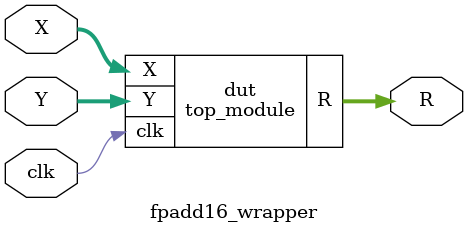
<source format=v>
/* Generated by Yosys 0.42+12 (git sha1 a55e8594b, clang++ 14.0.0-1ubuntu1.1 -fPIC -Os) */

(* top =  1  *)
(* src = "fpadd16_wrapper.v:3.1-19.10" *)
module fpadd16_wrapper(clk, X, Y, R);
  (* src = "fpadd16_wrapper.v:7.24-7.25" *)
  output [17:0] R;
  wire [17:0] R;
  (* src = "fpadd16_wrapper.v:5.24-5.25" *)
  input [17:0] X;
  wire [17:0] X;
  (* src = "fpadd16_wrapper.v:6.24-6.25" *)
  input [17:0] Y;
  wire [17:0] Y;
  (* src = "fpadd16_wrapper.v:4.24-4.27" *)
  input clk;
  wire clk;
  (* blackbox = 32'd1 *)
  (* module_not_derived = 32'd1 *)
  (* src = "fpadd16_wrapper.v:12.14-17.4" *)
  top_module dut (
    .R(R),
    .X(X),
    .Y(Y),
    .clk(clk)
  );
endmodule

module intadder_14_freq500_uid6(clk, x, y, cin, r);
  wire _000_;
  wire _001_;
  wire _002_;
  wire _003_;
  wire _004_;
  wire _005_;
  wire _006_;
  wire _007_;
  wire _008_;
  wire _009_;
  wire _010_;
  wire _011_;
  wire _012_;
  wire _013_;
  wire _014_;
  wire _015_;
  wire _016_;
  wire _017_;
  wire _018_;
  wire _019_;
  wire _020_;
  wire _021_;
  wire _022_;
  wire _023_;
  wire _024_;
  wire _025_;
  wire _026_;
  wire _027_;
  wire _028_;
  wire _029_;
  wire _030_;
  wire _031_;
  wire _032_;
  wire _033_;
  wire _034_;
  wire _035_;
  wire _036_;
  wire _037_;
  wire _038_;
  wire _039_;
  wire _040_;
  wire _041_;
  wire _042_;
  wire _043_;
  wire _044_;
  wire _045_;
  wire _046_;
  wire _047_;
  wire _048_;
  wire _049_;
  wire _050_;
  wire _051_;
  wire _052_;
  wire _053_;
  wire _054_;
  wire _055_;
  wire _056_;
  wire _057_;
  wire _058_;
  wire _059_;
  wire _060_;
  wire _061_;
  wire _062_;
  wire _063_;
  wire _064_;
  wire _065_;
  wire _066_;
  wire _067_;
  input cin;
  wire cin;
  wire cin_0;
  reg cin_0_d1;
  input clk;
  wire clk;
  output [13:0] r;
  wire [13:0] r;
  wire [10:0] r_0;
  wire [2:0] r_1;
  (* unused_bits = "11" *)
  wire [11:0] s_0;
  wire [3:0] s_1;
  input [13:0] x;
  wire [13:0] x;
  wire [10:0] x_0;
  reg [10:0] x_0_d1;
  reg [10:0] x_0_d2;
  reg [10:0] x_0_d3;
  reg [10:0] x_0_d4;
  wire [2:0] x_1;
  reg [2:0] x_1_d1;
  reg [2:0] x_1_d2;
  reg [2:0] x_1_d3;
  reg [2:0] x_1_d4;
  input [13:0] y;
  wire [13:0] y;
  wire [10:0] y_0;
  reg [10:0] y_0_d1;
  reg [10:0] y_0_d2;
  wire [2:0] y_1;
  reg [2:0] y_1_d1;
  reg [2:0] y_1_d2;
  assign _021_ = ~(y_0_d2[0] ^ x_0_d4[0]);
  assign r[0] = ~(_021_ ^ cin_0_d1);
  assign _022_ = y_0_d2[1] ^ x_0_d4[1];
  assign _023_ = ~(y_0_d2[0] & x_0_d4[0]);
  assign _024_ = cin_0_d1 & ~(_021_);
  assign _025_ = _023_ & ~(_024_);
  assign r[1] = ~(_025_ ^ _022_);
  assign _026_ = ~(y_0_d2[2] ^ x_0_d4[2]);
  assign _027_ = y_0_d2[1] & x_0_d4[1];
  assign _028_ = _022_ & ~(_025_);
  assign _029_ = _028_ | _027_;
  assign r[2] = ~(_029_ ^ _026_);
  assign _030_ = ~(y_0_d2[3] ^ x_0_d4[3]);
  assign _031_ = ~(y_0_d2[2] & x_0_d4[2]);
  assign _032_ = _029_ & ~(_026_);
  assign _033_ = _031_ & ~(_032_);
  assign r[3] = _033_ ^ _030_;
  assign _034_ = ~(y_0_d2[4] ^ x_0_d4[4]);
  assign _035_ = y_0_d2[3] & x_0_d4[3];
  assign _036_ = ~(_031_ | _030_);
  assign _037_ = _036_ | _035_;
  assign _038_ = _030_ | _026_;
  assign _039_ = _029_ & ~(_038_);
  assign _040_ = _039_ | _037_;
  assign r[4] = ~(_040_ ^ _034_);
  assign _041_ = ~(y_0_d2[5] ^ x_0_d4[5]);
  assign _042_ = ~(y_0_d2[4] & x_0_d4[4]);
  assign _043_ = _040_ & ~(_034_);
  assign _044_ = _042_ & ~(_043_);
  assign r[5] = _044_ ^ _041_;
  assign _045_ = ~(y_0_d2[6] ^ x_0_d4[6]);
  assign _046_ = y_0_d2[5] & x_0_d4[5];
  assign _047_ = ~(_042_ | _041_);
  assign _048_ = _047_ | _046_;
  assign _049_ = _041_ | _034_;
  assign _050_ = _049_ | ~(_040_);
  assign _051_ = _050_ & ~(_048_);
  assign r[6] = _051_ ^ _045_;
  assign _052_ = ~(y_0_d2[7] ^ x_0_d4[7]);
  assign _053_ = ~(y_0_d2[6] & x_0_d4[6]);
  assign _054_ = ~(_051_ | _045_);
  assign _055_ = _053_ & ~(_054_);
  assign r[7] = _055_ ^ _052_;
  assign _056_ = ~(y_0_d2[8] ^ x_0_d4[8]);
  assign _057_ = ~(y_0_d2[7] & x_0_d4[7]);
  assign _058_ = ~(_053_ | _052_);
  assign _059_ = _057_ & ~(_058_);
  assign _060_ = _052_ | _045_;
  assign _061_ = _048_ & ~(_060_);
  assign _062_ = _059_ & ~(_061_);
  assign _063_ = _060_ | _049_;
  assign _064_ = _040_ & ~(_063_);
  assign _065_ = _062_ & ~(_064_);
  assign r[8] = _065_ ^ _056_;
  assign _066_ = ~(y_0_d2[9] ^ x_0_d4[9]);
  assign _067_ = ~(y_0_d2[8] & x_0_d4[8]);
  assign _000_ = ~(_065_ | _056_);
  assign _001_ = _067_ & ~(_000_);
  assign r[9] = _001_ ^ _066_;
  assign _002_ = ~(y_0_d2[10] ^ x_0_d4[10]);
  assign _003_ = ~(y_0_d2[9] & x_0_d4[9]);
  assign _004_ = ~(_067_ | _066_);
  assign _005_ = _003_ & ~(_004_);
  assign _006_ = _066_ | _056_;
  assign _007_ = ~(_006_ | _065_);
  assign _008_ = _005_ & ~(_007_);
  assign r[10] = _008_ ^ _002_;
  assign _009_ = ~(y_1_d2[0] ^ x_1_d4[0]);
  assign _010_ = ~(y_0_d2[10] & x_0_d4[10]);
  assign _011_ = ~(_008_ | _002_);
  assign _012_ = _010_ & ~(_011_);
  assign r[11] = _012_ ^ _009_;
  assign _013_ = ~(y_1_d2[1] ^ x_1_d4[1]);
  assign _014_ = ~(y_1_d2[0] & x_1_d4[0]);
  assign _015_ = ~(_012_ | _009_);
  assign _016_ = _014_ & ~(_015_);
  assign r[12] = _016_ ^ _013_;
  assign _017_ = ~(y_1_d2[2] ^ x_1_d4[2]);
  assign _018_ = ~(y_1_d2[1] & x_1_d4[1]);
  assign _019_ = ~(_016_ | _013_);
  assign _020_ = _018_ & ~(_019_);
  assign r[13] = _020_ ^ _017_;
  always @(posedge clk)
    x_0_d2[0] <= x_0_d1[0];
  always @(posedge clk)
    x_0_d2[1] <= x_0_d1[1];
  always @(posedge clk)
    x_0_d2[2] <= x_0_d1[2];
  always @(posedge clk)
    x_0_d2[3] <= x_0_d1[3];
  always @(posedge clk)
    x_0_d2[4] <= x_0_d1[4];
  always @(posedge clk)
    x_0_d2[5] <= x_0_d1[5];
  always @(posedge clk)
    x_0_d2[6] <= x_0_d1[6];
  always @(posedge clk)
    x_0_d2[7] <= x_0_d1[7];
  always @(posedge clk)
    x_0_d2[8] <= x_0_d1[8];
  always @(posedge clk)
    x_0_d2[9] <= x_0_d1[9];
  always @(posedge clk)
    x_0_d2[10] <= x_0_d1[10];
  always @(posedge clk)
    x_0_d1[0] <= x[0];
  always @(posedge clk)
    x_0_d1[1] <= x[1];
  always @(posedge clk)
    x_0_d1[2] <= x[2];
  always @(posedge clk)
    x_0_d1[3] <= x[3];
  always @(posedge clk)
    x_0_d1[4] <= x[4];
  always @(posedge clk)
    x_0_d1[5] <= x[5];
  always @(posedge clk)
    x_0_d1[6] <= x[6];
  always @(posedge clk)
    x_0_d1[7] <= x[7];
  always @(posedge clk)
    x_0_d1[8] <= x[8];
  always @(posedge clk)
    x_0_d1[9] <= x[9];
  always @(posedge clk)
    x_0_d1[10] <= x[10];
  always @(posedge clk)
    cin_0_d1 <= cin;
  always @(posedge clk)
    y_0_d1[0] <= y[0];
  always @(posedge clk)
    y_0_d1[1] <= y[1];
  always @(posedge clk)
    y_0_d1[2] <= y[2];
  always @(posedge clk)
    y_0_d1[3] <= y[3];
  always @(posedge clk)
    y_0_d1[4] <= y[4];
  always @(posedge clk)
    y_0_d1[5] <= y[5];
  always @(posedge clk)
    y_0_d1[6] <= y[6];
  always @(posedge clk)
    y_0_d1[7] <= y[7];
  always @(posedge clk)
    y_0_d1[8] <= y[8];
  always @(posedge clk)
    y_0_d1[9] <= y[9];
  always @(posedge clk)
    y_0_d1[10] <= y[10];
  always @(posedge clk)
    y_0_d2[0] <= y_0_d1[0];
  always @(posedge clk)
    y_0_d2[1] <= y_0_d1[1];
  always @(posedge clk)
    y_0_d2[2] <= y_0_d1[2];
  always @(posedge clk)
    y_0_d2[3] <= y_0_d1[3];
  always @(posedge clk)
    y_0_d2[4] <= y_0_d1[4];
  always @(posedge clk)
    y_0_d2[5] <= y_0_d1[5];
  always @(posedge clk)
    y_0_d2[6] <= y_0_d1[6];
  always @(posedge clk)
    y_0_d2[7] <= y_0_d1[7];
  always @(posedge clk)
    y_0_d2[8] <= y_0_d1[8];
  always @(posedge clk)
    y_0_d2[9] <= y_0_d1[9];
  always @(posedge clk)
    y_0_d2[10] <= y_0_d1[10];
  always @(posedge clk)
    x_1_d3[0] <= x_1_d2[0];
  always @(posedge clk)
    x_1_d3[1] <= x_1_d2[1];
  always @(posedge clk)
    x_1_d3[2] <= x_1_d2[2];
  always @(posedge clk)
    x_1_d4[0] <= x_1_d3[0];
  always @(posedge clk)
    x_1_d4[1] <= x_1_d3[1];
  always @(posedge clk)
    x_1_d4[2] <= x_1_d3[2];
  always @(posedge clk)
    x_1_d1[0] <= x[11];
  always @(posedge clk)
    x_1_d1[1] <= x[12];
  always @(posedge clk)
    x_1_d1[2] <= x[13];
  always @(posedge clk)
    x_1_d2[0] <= x_1_d1[0];
  always @(posedge clk)
    x_1_d2[1] <= x_1_d1[1];
  always @(posedge clk)
    x_1_d2[2] <= x_1_d1[2];
  always @(posedge clk)
    y_1_d1[0] <= y[11];
  always @(posedge clk)
    y_1_d1[1] <= y[12];
  always @(posedge clk)
    y_1_d1[2] <= y[13];
  always @(posedge clk)
    y_1_d2[0] <= y_1_d1[0];
  always @(posedge clk)
    y_1_d2[1] <= y_1_d1[1];
  always @(posedge clk)
    y_1_d2[2] <= y_1_d1[2];
  always @(posedge clk)
    x_0_d3[0] <= x_0_d2[0];
  always @(posedge clk)
    x_0_d3[1] <= x_0_d2[1];
  always @(posedge clk)
    x_0_d3[2] <= x_0_d2[2];
  always @(posedge clk)
    x_0_d3[3] <= x_0_d2[3];
  always @(posedge clk)
    x_0_d3[4] <= x_0_d2[4];
  always @(posedge clk)
    x_0_d3[5] <= x_0_d2[5];
  always @(posedge clk)
    x_0_d3[6] <= x_0_d2[6];
  always @(posedge clk)
    x_0_d3[7] <= x_0_d2[7];
  always @(posedge clk)
    x_0_d3[8] <= x_0_d2[8];
  always @(posedge clk)
    x_0_d3[9] <= x_0_d2[9];
  always @(posedge clk)
    x_0_d3[10] <= x_0_d2[10];
  always @(posedge clk)
    x_0_d4[0] <= x_0_d3[0];
  always @(posedge clk)
    x_0_d4[1] <= x_0_d3[1];
  always @(posedge clk)
    x_0_d4[2] <= x_0_d3[2];
  always @(posedge clk)
    x_0_d4[3] <= x_0_d3[3];
  always @(posedge clk)
    x_0_d4[4] <= x_0_d3[4];
  always @(posedge clk)
    x_0_d4[5] <= x_0_d3[5];
  always @(posedge clk)
    x_0_d4[6] <= x_0_d3[6];
  always @(posedge clk)
    x_0_d4[7] <= x_0_d3[7];
  always @(posedge clk)
    x_0_d4[8] <= x_0_d3[8];
  always @(posedge clk)
    x_0_d4[9] <= x_0_d3[9];
  always @(posedge clk)
    x_0_d4[10] <= x_0_d3[10];
  assign cin_0 = cin;
  assign r_0 = r[10:0];
  assign r_1 = r[13:11];
  assign s_0[10:0] = r[10:0];
  assign s_1 = { 1'hx, r[13:11] };
  assign x_0 = x[10:0];
  assign x_1 = x[13:11];
  assign y_0 = y[10:0];
  assign y_1 = y[13:11];
endmodule

module intadder_18_freq500_uid11(clk, x, y, cin, r);
  wire _000_;
  wire _001_;
  wire _002_;
  wire _003_;
  wire _004_;
  wire _005_;
  wire _006_;
  wire _007_;
  wire _008_;
  wire _009_;
  wire _010_;
  wire _011_;
  wire _012_;
  wire _013_;
  wire _014_;
  wire _015_;
  wire _016_;
  wire _017_;
  wire _018_;
  wire _019_;
  wire _020_;
  wire _021_;
  wire _022_;
  wire _023_;
  wire _024_;
  wire _025_;
  wire _026_;
  wire _027_;
  wire _028_;
  wire _029_;
  wire _030_;
  wire _031_;
  wire _032_;
  wire _033_;
  wire _034_;
  wire _035_;
  wire _036_;
  wire _037_;
  wire _038_;
  wire _039_;
  wire _040_;
  wire _041_;
  wire _042_;
  wire _043_;
  wire _044_;
  wire _045_;
  wire _046_;
  wire _047_;
  wire _048_;
  wire _049_;
  wire _050_;
  wire _051_;
  wire _052_;
  wire _053_;
  wire _054_;
  wire _055_;
  wire _056_;
  wire _057_;
  wire _058_;
  wire _059_;
  wire _060_;
  wire _061_;
  wire _062_;
  wire _063_;
  wire _064_;
  wire _065_;
  wire _066_;
  wire _067_;
  wire _068_;
  wire _069_;
  wire _070_;
  wire _071_;
  wire _072_;
  wire _073_;
  wire _074_;
  wire _075_;
  wire _076_;
  wire _077_;
  wire _078_;
  wire _079_;
  wire _080_;
  wire _081_;
  wire _082_;
  wire _083_;
  wire _084_;
  wire _085_;
  wire _086_;
  wire _087_;
  wire _088_;
  wire _089_;
  wire _090_;
  wire _091_;
  wire _092_;
  wire _093_;
  wire _094_;
  wire _095_;
  wire _096_;
  wire _097_;
  wire _098_;
  wire _099_;
  wire _100_;
  wire _101_;
  input cin;
  wire cin;
  wire cin_0;
  reg cin_0_d1;
  input clk;
  wire clk;
  output [17:0] r;
  wire [17:0] r;
  wire [16:0] r_0;
  wire r_1;
  (* unused_bits = "17" *)
  wire [17:0] s_0;
  wire [1:0] s_1;
  input [17:0] x;
  wire [17:0] x;
  wire [16:0] x_0;
  reg [16:0] x_0_d1;
  wire x_1;
  reg x_1_d1;
  input [17:0] y;
  wire [17:0] y;
  wire [12:0] y_0;
  reg [16:0] y_0_d1;
  reg [16:0] y_0_d2;
  reg [16:0] y_0_d3;
  reg [16:0] y_0_d4;
  reg [16:0] y_0_d5;
  reg [16:0] y_0_d6;
  reg [16:0] y_0_d7;
  reg [16:0] y_0_d8;
  wire [1:0] y_1;
  wire [1:0] y_1_d1;
  wire [1:0] y_1_d2;
  reg y_1_d3;
  reg y_1_d4;
  reg y_1_d5;
  reg y_1_d6;
  reg y_1_d7;
  reg y_1_d8;
  assign _066_ = ~(x_0_d1[0] ^ y_0_d8[0]);
  assign r[0] = ~(_066_ ^ cin_0_d1);
  assign _067_ = x_0_d1[1] ^ y_0_d8[1];
  assign _068_ = ~(x_0_d1[0] & y_0_d8[0]);
  assign _069_ = cin_0_d1 & ~(_066_);
  assign _070_ = _068_ & ~(_069_);
  assign r[1] = ~(_070_ ^ _067_);
  assign _071_ = ~(x_0_d1[2] ^ y_0_d8[2]);
  assign _072_ = x_0_d1[1] & y_0_d8[1];
  assign _073_ = _067_ & ~(_070_);
  assign _074_ = _073_ | _072_;
  assign r[2] = ~(_074_ ^ _071_);
  assign _075_ = ~(x_0_d1[3] ^ y_0_d8[3]);
  assign _076_ = ~(x_0_d1[2] & y_0_d8[2]);
  assign _077_ = _074_ & ~(_071_);
  assign _078_ = _076_ & ~(_077_);
  assign r[3] = _078_ ^ _075_;
  assign _079_ = ~(x_0_d1[4] ^ y_0_d8[4]);
  assign _080_ = x_0_d1[3] & y_0_d8[3];
  assign _081_ = ~(_076_ | _075_);
  assign _082_ = _081_ | _080_;
  assign _083_ = _075_ | _071_;
  assign _084_ = _074_ & ~(_083_);
  assign _085_ = _084_ | _082_;
  assign r[4] = ~(_085_ ^ _079_);
  assign _086_ = ~(x_0_d1[5] ^ y_0_d8[5]);
  assign _087_ = ~(x_0_d1[4] & y_0_d8[4]);
  assign _088_ = _085_ & ~(_079_);
  assign _089_ = _087_ & ~(_088_);
  assign r[5] = _089_ ^ _086_;
  assign _090_ = ~(x_0_d1[6] ^ y_0_d8[6]);
  assign _091_ = x_0_d1[5] & y_0_d8[5];
  assign _092_ = ~(_087_ | _086_);
  assign _093_ = _092_ | _091_;
  assign _094_ = _086_ | _079_;
  assign _095_ = _094_ | ~(_085_);
  assign _096_ = _095_ & ~(_093_);
  assign r[6] = _096_ ^ _090_;
  assign _097_ = ~(x_0_d1[7] ^ y_0_d8[7]);
  assign _098_ = ~(x_0_d1[6] & y_0_d8[6]);
  assign _099_ = ~(_096_ | _090_);
  assign _100_ = _098_ & ~(_099_);
  assign r[7] = _100_ ^ _097_;
  assign _101_ = ~(x_0_d1[8] ^ y_0_d8[8]);
  assign _000_ = x_0_d1[7] & y_0_d8[7];
  assign _001_ = ~(_098_ | _097_);
  assign _002_ = _001_ | _000_;
  assign _003_ = _097_ | _090_;
  assign _004_ = _093_ & ~(_003_);
  assign _005_ = _004_ | _002_;
  assign _006_ = _003_ | _094_;
  assign _007_ = _085_ & ~(_006_);
  assign _008_ = _007_ | _005_;
  assign r[8] = ~(_008_ ^ _101_);
  assign _009_ = x_0_d1[9] ^ y_0_d8[9];
  assign _010_ = ~(x_0_d1[8] & y_0_d8[8]);
  assign _011_ = _008_ & ~(_101_);
  assign _012_ = _011_ | ~(_010_);
  assign r[9] = _012_ ^ _009_;
  assign _013_ = ~(x_0_d1[10] ^ y_0_d8[10]);
  assign _014_ = x_0_d1[9] & y_0_d8[9];
  assign _015_ = _009_ & ~(_010_);
  assign _016_ = _015_ | _014_;
  assign _017_ = _101_ | ~(_009_);
  assign _018_ = _017_ | ~(_008_);
  assign _019_ = _018_ & ~(_016_);
  assign r[10] = _019_ ^ _013_;
  assign _020_ = ~(x_0_d1[11] ^ y_0_d8[11]);
  assign _021_ = ~(x_0_d1[10] & y_0_d8[10]);
  assign _022_ = ~(_019_ | _013_);
  assign _023_ = _021_ & ~(_022_);
  assign r[11] = _023_ ^ _020_;
  assign _024_ = ~(x_0_d1[12] ^ y_0_d8[12]);
  assign _025_ = x_0_d1[11] & y_0_d8[11];
  assign _026_ = ~(_021_ | _020_);
  assign _027_ = _026_ | _025_;
  assign _028_ = _020_ | _013_;
  assign _029_ = _016_ & ~(_028_);
  assign _030_ = _029_ | _027_;
  assign _031_ = _028_ | _017_;
  assign _032_ = _008_ & ~(_031_);
  assign _033_ = ~(_032_ | _030_);
  assign r[12] = _033_ ^ _024_;
  assign _034_ = ~(x_0_d1[13] ^ y_0_d8[13]);
  assign _035_ = ~(x_0_d1[12] & y_0_d8[12]);
  assign _036_ = ~(_033_ | _024_);
  assign _037_ = _035_ & ~(_036_);
  assign r[13] = _037_ ^ _034_;
  assign _038_ = ~(x_0_d1[14] ^ y_0_d8[14]);
  assign _039_ = x_0_d1[13] & y_0_d8[13];
  assign _040_ = ~(_035_ | _034_);
  assign _041_ = ~(_040_ | _039_);
  assign _042_ = _034_ | _024_;
  assign _043_ = ~(_042_ | _033_);
  assign _044_ = _041_ & ~(_043_);
  assign r[14] = _044_ ^ _038_;
  assign _045_ = ~(x_0_d1[15] ^ y_0_d8[15]);
  assign _046_ = ~(x_0_d1[14] & y_0_d8[14]);
  assign _047_ = ~(_044_ | _038_);
  assign _048_ = _046_ & ~(_047_);
  assign r[15] = _048_ ^ _045_;
  assign _049_ = ~(x_0_d1[16] ^ y_0_d8[16]);
  assign _050_ = ~(x_0_d1[15] & y_0_d8[15]);
  assign _051_ = ~(_046_ | _045_);
  assign _052_ = _050_ & ~(_051_);
  assign _053_ = _045_ | _038_;
  assign _054_ = ~(_053_ | _041_);
  assign _055_ = _052_ & ~(_054_);
  assign _056_ = _053_ | _042_;
  assign _057_ = _030_ & ~(_056_);
  assign _058_ = _055_ & ~(_057_);
  assign _059_ = _056_ | _031_;
  assign _060_ = _008_ & ~(_059_);
  assign _061_ = _058_ & ~(_060_);
  assign r[16] = _061_ ^ _049_;
  assign _062_ = ~(x_0_d1[16] & y_0_d8[16]);
  assign _063_ = ~(_061_ | _049_);
  assign _064_ = _062_ & ~(_063_);
  assign _065_ = ~(_064_ ^ x_1_d1);
  assign r_1 = _065_ ^ y_1_d8;
  always @(posedge clk)
    y_0_d3[0] <= y_0_d2[0];
  always @(posedge clk)
    y_0_d3[1] <= y_0_d2[1];
  always @(posedge clk)
    y_0_d3[2] <= y_0_d2[2];
  always @(posedge clk)
    y_0_d3[3] <= y_0_d2[3];
  always @(posedge clk)
    y_0_d3[4] <= y_0_d2[4];
  always @(posedge clk)
    y_0_d3[5] <= y_0_d2[5];
  always @(posedge clk)
    y_0_d3[6] <= y_0_d2[6];
  always @(posedge clk)
    y_0_d3[7] <= y_0_d2[7];
  always @(posedge clk)
    y_0_d3[8] <= y_0_d2[8];
  always @(posedge clk)
    y_0_d3[9] <= y_0_d2[9];
  always @(posedge clk)
    y_0_d3[10] <= y_0_d2[10];
  always @(posedge clk)
    y_0_d3[11] <= y_0_d2[11];
  always @(posedge clk)
    y_0_d3[12] <= y_0_d2[12];
  always @(posedge clk)
    y_0_d3[13] <= y_0_d2[13];
  always @(posedge clk)
    y_0_d3[14] <= y_0_d2[14];
  always @(posedge clk)
    y_0_d3[15] <= y_0_d2[15];
  always @(posedge clk)
    y_0_d3[16] <= y_0_d2[16];
  always @(posedge clk)
    y_0_d4[0] <= y_0_d3[0];
  always @(posedge clk)
    y_0_d4[1] <= y_0_d3[1];
  always @(posedge clk)
    y_0_d4[2] <= y_0_d3[2];
  always @(posedge clk)
    y_0_d4[3] <= y_0_d3[3];
  always @(posedge clk)
    y_0_d4[4] <= y_0_d3[4];
  always @(posedge clk)
    y_0_d4[5] <= y_0_d3[5];
  always @(posedge clk)
    y_0_d4[6] <= y_0_d3[6];
  always @(posedge clk)
    y_0_d4[7] <= y_0_d3[7];
  always @(posedge clk)
    y_0_d4[8] <= y_0_d3[8];
  always @(posedge clk)
    y_0_d4[9] <= y_0_d3[9];
  always @(posedge clk)
    y_0_d4[10] <= y_0_d3[10];
  always @(posedge clk)
    y_0_d4[11] <= y_0_d3[11];
  always @(posedge clk)
    y_0_d4[12] <= y_0_d3[12];
  always @(posedge clk)
    y_0_d4[13] <= y_0_d3[13];
  always @(posedge clk)
    y_0_d4[14] <= y_0_d3[14];
  always @(posedge clk)
    y_0_d4[15] <= y_0_d3[15];
  always @(posedge clk)
    y_0_d4[16] <= y_0_d3[16];
  always @(posedge clk)
    x_0_d1[0] <= x[0];
  always @(posedge clk)
    x_0_d1[1] <= x[1];
  always @(posedge clk)
    x_0_d1[2] <= x[2];
  always @(posedge clk)
    x_0_d1[3] <= x[3];
  always @(posedge clk)
    x_0_d1[4] <= x[4];
  always @(posedge clk)
    x_0_d1[5] <= x[5];
  always @(posedge clk)
    x_0_d1[6] <= x[6];
  always @(posedge clk)
    x_0_d1[7] <= x[7];
  always @(posedge clk)
    x_0_d1[8] <= x[8];
  always @(posedge clk)
    x_0_d1[9] <= x[9];
  always @(posedge clk)
    x_0_d1[10] <= x[10];
  always @(posedge clk)
    x_0_d1[11] <= x[11];
  always @(posedge clk)
    x_0_d1[12] <= x[12];
  always @(posedge clk)
    x_0_d1[13] <= x[13];
  always @(posedge clk)
    x_0_d1[14] <= x[14];
  always @(posedge clk)
    x_0_d1[15] <= x[15];
  always @(posedge clk)
    x_0_d1[16] <= x[16];
  always @(posedge clk)
    y_0_d2[0] <= y_0_d1[0];
  always @(posedge clk)
    y_0_d2[1] <= y_0_d1[1];
  always @(posedge clk)
    y_0_d2[2] <= y_0_d1[2];
  always @(posedge clk)
    y_0_d2[3] <= y_0_d1[3];
  always @(posedge clk)
    y_0_d2[4] <= y_0_d1[4];
  always @(posedge clk)
    y_0_d2[5] <= y_0_d1[5];
  always @(posedge clk)
    y_0_d2[6] <= y_0_d1[6];
  always @(posedge clk)
    y_0_d2[7] <= y_0_d1[7];
  always @(posedge clk)
    y_0_d2[8] <= y_0_d1[8];
  always @(posedge clk)
    y_0_d2[9] <= y_0_d1[9];
  always @(posedge clk)
    y_0_d2[10] <= y_0_d1[10];
  always @(posedge clk)
    y_0_d2[11] <= y_0_d1[11];
  always @(posedge clk)
    y_0_d2[12] <= y_0_d1[12];
  always @(posedge clk)
    y_0_d2[13] <= y_0_d1[13];
  always @(posedge clk)
    y_0_d2[14] <= y_0_d1[14];
  always @(posedge clk)
    y_0_d2[15] <= y_0_d1[15];
  always @(posedge clk)
    y_0_d2[16] <= y_0_d1[16];
  always @(posedge clk)
    cin_0_d1 <= cin;
  always @(posedge clk)
    y_0_d1[0] <= y[0];
  always @(posedge clk)
    y_0_d1[1] <= y[1];
  always @(posedge clk)
    y_0_d1[2] <= y[2];
  always @(posedge clk)
    y_0_d1[3] <= y[3];
  always @(posedge clk)
    y_0_d1[4] <= y[4];
  always @(posedge clk)
    y_0_d1[5] <= y[5];
  always @(posedge clk)
    y_0_d1[6] <= y[6];
  always @(posedge clk)
    y_0_d1[7] <= y[7];
  always @(posedge clk)
    y_0_d1[8] <= y[8];
  always @(posedge clk)
    y_0_d1[9] <= y[9];
  always @(posedge clk)
    y_0_d1[10] <= y[10];
  always @(posedge clk)
    y_0_d1[11] <= y[11];
  always @(posedge clk)
    y_0_d1[12] <= y[12];
  always @(posedge clk)
    y_0_d1[13] <= y[13];
  always @(posedge clk)
    y_0_d1[14] <= y[14];
  always @(posedge clk)
    y_0_d1[15] <= y[15];
  always @(posedge clk)
    y_0_d1[16] <= y[16];
  always @(posedge clk)
    x_1_d1 <= x[17];
  reg \y_1_d2_reg[0] ;
  always @(posedge clk)
    \y_1_d2_reg[0]  <= y_1_d1[0];
  assign y_1_d2[0] = \y_1_d2_reg[0] ;
  always @(posedge clk)
    y_1_d3 <= y_1_d2[0];
  always @(posedge clk)
    y_1_d4 <= y_1_d3;
  always @(posedge clk)
    y_1_d5 <= y_1_d4;
  always @(posedge clk)
    y_1_d6 <= y_1_d5;
  always @(posedge clk)
    y_1_d7 <= y_1_d6;
  always @(posedge clk)
    y_1_d8 <= y_1_d7;
  reg \y_1_d1_reg[0] ;
  always @(posedge clk)
    \y_1_d1_reg[0]  <= y[17];
  assign y_1_d1[0] = \y_1_d1_reg[0] ;
  always @(posedge clk)
    y_0_d5[0] <= y_0_d4[0];
  always @(posedge clk)
    y_0_d5[1] <= y_0_d4[1];
  always @(posedge clk)
    y_0_d5[2] <= y_0_d4[2];
  always @(posedge clk)
    y_0_d5[3] <= y_0_d4[3];
  always @(posedge clk)
    y_0_d5[4] <= y_0_d4[4];
  always @(posedge clk)
    y_0_d5[5] <= y_0_d4[5];
  always @(posedge clk)
    y_0_d5[6] <= y_0_d4[6];
  always @(posedge clk)
    y_0_d5[7] <= y_0_d4[7];
  always @(posedge clk)
    y_0_d5[8] <= y_0_d4[8];
  always @(posedge clk)
    y_0_d5[9] <= y_0_d4[9];
  always @(posedge clk)
    y_0_d5[10] <= y_0_d4[10];
  always @(posedge clk)
    y_0_d5[11] <= y_0_d4[11];
  always @(posedge clk)
    y_0_d5[12] <= y_0_d4[12];
  always @(posedge clk)
    y_0_d5[13] <= y_0_d4[13];
  always @(posedge clk)
    y_0_d5[14] <= y_0_d4[14];
  always @(posedge clk)
    y_0_d5[15] <= y_0_d4[15];
  always @(posedge clk)
    y_0_d5[16] <= y_0_d4[16];
  always @(posedge clk)
    y_0_d6[0] <= y_0_d5[0];
  always @(posedge clk)
    y_0_d6[1] <= y_0_d5[1];
  always @(posedge clk)
    y_0_d6[2] <= y_0_d5[2];
  always @(posedge clk)
    y_0_d6[3] <= y_0_d5[3];
  always @(posedge clk)
    y_0_d6[4] <= y_0_d5[4];
  always @(posedge clk)
    y_0_d6[5] <= y_0_d5[5];
  always @(posedge clk)
    y_0_d6[6] <= y_0_d5[6];
  always @(posedge clk)
    y_0_d6[7] <= y_0_d5[7];
  always @(posedge clk)
    y_0_d6[8] <= y_0_d5[8];
  always @(posedge clk)
    y_0_d6[9] <= y_0_d5[9];
  always @(posedge clk)
    y_0_d6[10] <= y_0_d5[10];
  always @(posedge clk)
    y_0_d6[11] <= y_0_d5[11];
  always @(posedge clk)
    y_0_d6[12] <= y_0_d5[12];
  always @(posedge clk)
    y_0_d6[13] <= y_0_d5[13];
  always @(posedge clk)
    y_0_d6[14] <= y_0_d5[14];
  always @(posedge clk)
    y_0_d6[15] <= y_0_d5[15];
  always @(posedge clk)
    y_0_d6[16] <= y_0_d5[16];
  always @(posedge clk)
    y_0_d7[0] <= y_0_d6[0];
  always @(posedge clk)
    y_0_d7[1] <= y_0_d6[1];
  always @(posedge clk)
    y_0_d7[2] <= y_0_d6[2];
  always @(posedge clk)
    y_0_d7[3] <= y_0_d6[3];
  always @(posedge clk)
    y_0_d7[4] <= y_0_d6[4];
  always @(posedge clk)
    y_0_d7[5] <= y_0_d6[5];
  always @(posedge clk)
    y_0_d7[6] <= y_0_d6[6];
  always @(posedge clk)
    y_0_d7[7] <= y_0_d6[7];
  always @(posedge clk)
    y_0_d7[8] <= y_0_d6[8];
  always @(posedge clk)
    y_0_d7[9] <= y_0_d6[9];
  always @(posedge clk)
    y_0_d7[10] <= y_0_d6[10];
  always @(posedge clk)
    y_0_d7[11] <= y_0_d6[11];
  always @(posedge clk)
    y_0_d7[12] <= y_0_d6[12];
  always @(posedge clk)
    y_0_d7[13] <= y_0_d6[13];
  always @(posedge clk)
    y_0_d7[14] <= y_0_d6[14];
  always @(posedge clk)
    y_0_d7[15] <= y_0_d6[15];
  always @(posedge clk)
    y_0_d7[16] <= y_0_d6[16];
  always @(posedge clk)
    y_0_d8[0] <= y_0_d7[0];
  always @(posedge clk)
    y_0_d8[1] <= y_0_d7[1];
  always @(posedge clk)
    y_0_d8[2] <= y_0_d7[2];
  always @(posedge clk)
    y_0_d8[3] <= y_0_d7[3];
  always @(posedge clk)
    y_0_d8[4] <= y_0_d7[4];
  always @(posedge clk)
    y_0_d8[5] <= y_0_d7[5];
  always @(posedge clk)
    y_0_d8[6] <= y_0_d7[6];
  always @(posedge clk)
    y_0_d8[7] <= y_0_d7[7];
  always @(posedge clk)
    y_0_d8[8] <= y_0_d7[8];
  always @(posedge clk)
    y_0_d8[9] <= y_0_d7[9];
  always @(posedge clk)
    y_0_d8[10] <= y_0_d7[10];
  always @(posedge clk)
    y_0_d8[11] <= y_0_d7[11];
  always @(posedge clk)
    y_0_d8[12] <= y_0_d7[12];
  always @(posedge clk)
    y_0_d8[13] <= y_0_d7[13];
  always @(posedge clk)
    y_0_d8[14] <= y_0_d7[14];
  always @(posedge clk)
    y_0_d8[15] <= y_0_d7[15];
  always @(posedge clk)
    y_0_d8[16] <= y_0_d7[16];
  assign cin_0 = cin;
  assign r[17] = r_1;
  assign r_0 = r[16:0];
  assign s_0[16:0] = r[16:0];
  assign s_1 = { 1'hx, r_1 };
  assign x_0 = x[16:0];
  assign x_1 = x[17];
  assign y_0 = y[12:0];
  assign y_1 = { 1'h0, y[17] };
  assign y_1_d1[1] = 1'h0;
  assign y_1_d2[1] = 1'h0;
endmodule

module normalizer_z_15_15_15_freq500_uid8(clk, x, count, r);
  wire _000_;
  wire _001_;
  wire _002_;
  wire _003_;
  wire _004_;
  wire _005_;
  wire _006_;
  wire _007_;
  wire _008_;
  wire _009_;
  wire _010_;
  wire _011_;
  wire _012_;
  wire _013_;
  wire _014_;
  wire _015_;
  wire _016_;
  wire _017_;
  wire _018_;
  wire _019_;
  input clk;
  wire clk;
  output [3:0] count;
  wire [3:0] count;
  wire count0;
  reg count0_d1;
  wire count1;
  wire count2;
  reg count2_d1;
  wire count3;
  reg count3_d1;
  reg count3_d2;
  wire [14:0] level0;
  (* unused_bits = "0 1" *)
  wire [14:0] level1;
  reg [14:0] level1_d1;
  (* unused_bits = "0 1 2 3" *)
  wire [14:0] level2;
  reg [14:0] level2_d1;
  (* unused_bits = "4 5 6 7 8 9 10 11 12 13 14" *)
  wire [14:0] level3;
  wire [14:0] level4;
  reg [14:0] level4_d1;
  output [14:0] r;
  wire [14:0] r;
  wire [3:0] scount;
  input [14:0] x;
  wire [14:0] x;
  assign _001_ = count3_d1 ? level4_d1[3] : level4_d1[11];
  assign _002_ = count3_d1 ? level4_d1[4] : level4_d1[12];
  assign _003_ = ~(_002_ | _001_);
  assign _004_ = count3_d1 ? level4_d1[5] : level4_d1[13];
  assign _005_ = count3_d1 ? level4_d1[6] : level4_d1[14];
  assign _006_ = _005_ | _004_;
  assign _000_ = _006_ | ~(_003_);
  assign count1 = ~(level2_d1[14] | level2_d1[13]);
  assign _007_ = ~(x[8] | x[7]);
  assign _008_ = x[10] | x[9];
  assign _009_ = _007_ & ~(_008_);
  assign _010_ = x[12] | x[11];
  assign _011_ = x[14] | x[13];
  assign _012_ = _011_ | _010_;
  assign count3 = _009_ & ~(_012_);
  assign count2 = _003_ & ~(_006_);
  assign level3[0] = level4_d1[0] & ~(count3_d1);
  assign level3[1] = level4_d1[1] & ~(count3_d1);
  assign level3[2] = level4_d1[2] & ~(count3_d1);
  assign level3[3] = level4_d1[3] & ~(count3_d1);
  assign _013_ = level4_d1[4] & ~(count3_d1);
  assign level2[4] = count2 ? level3[0] : _013_;
  assign _014_ = level4_d1[5] & ~(count3_d1);
  assign level2[5] = count2 ? level3[1] : _014_;
  assign _015_ = level4_d1[6] & ~(count3_d1);
  assign level2[6] = count2 ? level3[2] : _015_;
  assign _016_ = level4_d1[7] & ~(count3_d1);
  assign level2[7] = count2 ? level3[3] : _016_;
  assign _017_ = count3_d1 ? level4_d1[0] : level4_d1[8];
  assign level2[8] = count2 ? _013_ : _017_;
  assign _018_ = count3_d1 ? level4_d1[1] : level4_d1[9];
  assign level2[9] = count2 ? _014_ : _018_;
  assign _019_ = count3_d1 ? level4_d1[2] : level4_d1[10];
  assign level2[10] = count2 ? _015_ : _019_;
  assign level2[11] = count2 ? _016_ : _001_;
  assign level2[12] = count2 ? _017_ : _002_;
  assign level2[13] = _000_ ? _004_ : _018_;
  assign level2[14] = _000_ ? _005_ : _019_;
  assign level1[2] = count1 ? level2_d1[0] : level2_d1[2];
  assign level1[3] = count1 ? level2_d1[1] : level2_d1[3];
  assign level1[4] = count1 ? level2_d1[2] : level2_d1[4];
  assign level1[5] = count1 ? level2_d1[3] : level2_d1[5];
  assign level1[6] = count1 ? level2_d1[4] : level2_d1[6];
  assign level1[7] = count1 ? level2_d1[5] : level2_d1[7];
  assign level1[8] = count1 ? level2_d1[6] : level2_d1[8];
  assign level1[9] = count1 ? level2_d1[7] : level2_d1[9];
  assign level1[10] = count1 ? level2_d1[8] : level2_d1[10];
  assign level1[11] = count1 ? level2_d1[9] : level2_d1[11];
  assign level1[12] = count1 ? level2_d1[10] : level2_d1[12];
  assign level1[13] = count1 ? level2_d1[11] : level2_d1[13];
  assign level1[14] = count1 ? level2_d1[12] : level2_d1[14];
  assign r[0] = level1_d1[0] & ~(count0_d1);
  assign r[1] = count0_d1 ? level1_d1[0] : level1_d1[1];
  assign r[2] = count0_d1 ? level1_d1[1] : level1_d1[2];
  assign r[3] = count0_d1 ? level1_d1[2] : level1_d1[3];
  assign r[4] = count0_d1 ? level1_d1[3] : level1_d1[4];
  assign r[5] = count0_d1 ? level1_d1[4] : level1_d1[5];
  assign r[6] = count0_d1 ? level1_d1[5] : level1_d1[6];
  assign r[7] = count0_d1 ? level1_d1[6] : level1_d1[7];
  assign r[8] = count0_d1 ? level1_d1[7] : level1_d1[8];
  assign r[9] = count0_d1 ? level1_d1[8] : level1_d1[9];
  assign r[10] = count0_d1 ? level1_d1[9] : level1_d1[10];
  assign r[11] = count0_d1 ? level1_d1[10] : level1_d1[11];
  assign r[12] = count0_d1 ? level1_d1[11] : level1_d1[12];
  assign r[13] = count0_d1 ? level1_d1[12] : level1_d1[13];
  assign r[14] = count0_d1 ? level1_d1[13] : level1_d1[14];
  assign count0 = ~level1[14];
  always @(posedge clk)
    level1_d1[2] <= level1[2];
  always @(posedge clk)
    level1_d1[3] <= level1[3];
  always @(posedge clk)
    level1_d1[4] <= level1[4];
  always @(posedge clk)
    level1_d1[5] <= level1[5];
  always @(posedge clk)
    level1_d1[6] <= level1[6];
  always @(posedge clk)
    level1_d1[7] <= level1[7];
  always @(posedge clk)
    level1_d1[8] <= level1[8];
  always @(posedge clk)
    level1_d1[9] <= level1[9];
  always @(posedge clk)
    level1_d1[10] <= level1[10];
  always @(posedge clk)
    level1_d1[11] <= level1[11];
  always @(posedge clk)
    level1_d1[12] <= level1[12];
  always @(posedge clk)
    level1_d1[13] <= level1[13];
  always @(posedge clk)
    level1_d1[14] <= level1[14];
  always @(posedge clk)
    level4_d1[0] <= x[0];
  always @(posedge clk)
    level4_d1[1] <= x[1];
  always @(posedge clk)
    level4_d1[2] <= x[2];
  always @(posedge clk)
    level4_d1[3] <= x[3];
  always @(posedge clk)
    level4_d1[4] <= x[4];
  always @(posedge clk)
    level4_d1[5] <= x[5];
  always @(posedge clk)
    level4_d1[6] <= x[6];
  always @(posedge clk)
    level4_d1[7] <= x[7];
  always @(posedge clk)
    level4_d1[8] <= x[8];
  always @(posedge clk)
    level4_d1[9] <= x[9];
  always @(posedge clk)
    level4_d1[10] <= x[10];
  always @(posedge clk)
    level4_d1[11] <= x[11];
  always @(posedge clk)
    level4_d1[12] <= x[12];
  always @(posedge clk)
    level4_d1[13] <= x[13];
  always @(posedge clk)
    level4_d1[14] <= x[14];
  always @(posedge clk)
    count3_d1 <= count3;
  always @(posedge clk)
    count3_d2 <= count3_d1;
  always @(posedge clk)
    count2_d1 <= count2;
  always @(posedge clk)
    if (!_000_) level2_d1[0] <= 1'h0;
    else level2_d1[0] <= level3[0];
  always @(posedge clk)
    if (!_000_) level2_d1[1] <= 1'h0;
    else level2_d1[1] <= level3[1];
  always @(posedge clk)
    if (!_000_) level2_d1[2] <= 1'h0;
    else level2_d1[2] <= level3[2];
  always @(posedge clk)
    if (!_000_) level2_d1[3] <= 1'h0;
    else level2_d1[3] <= level3[3];
  always @(posedge clk)
    count0_d1 <= count0;
  always @(posedge clk)
    level2_d1[4] <= level2[4];
  always @(posedge clk)
    level2_d1[5] <= level2[5];
  always @(posedge clk)
    level2_d1[6] <= level2[6];
  always @(posedge clk)
    level2_d1[7] <= level2[7];
  always @(posedge clk)
    level2_d1[8] <= level2[8];
  always @(posedge clk)
    level2_d1[9] <= level2[9];
  always @(posedge clk)
    level2_d1[10] <= level2[10];
  always @(posedge clk)
    level2_d1[11] <= level2[11];
  always @(posedge clk)
    level2_d1[12] <= level2[12];
  always @(posedge clk)
    level2_d1[13] <= level2[13];
  always @(posedge clk)
    level2_d1[14] <= level2[14];
  always @(posedge clk)
    if (count1) level1_d1[0] <= 1'h0;
    else level1_d1[0] <= level2_d1[0];
  always @(posedge clk)
    if (count1) level1_d1[1] <= 1'h0;
    else level1_d1[1] <= level2_d1[1];
  assign count = { count3_d2, count2_d1, count1, count0 };
  assign level0 = r;
  assign level4 = x;
  assign scount = { count3_d2, count2_d1, count1, count0 };
endmodule

module rightshiftersticky11_by_max_13_freq500_uid4(clk, x, s, r, sticky);
  wire _000_;
  wire _001_;
  wire _002_;
  wire _003_;
  wire _004_;
  wire _005_;
  wire _006_;
  wire _007_;
  wire _008_;
  wire _009_;
  wire _010_;
  wire _011_;
  wire _012_;
  wire _013_;
  wire _014_;
  wire _015_;
  wire _016_;
  wire _017_;
  wire _018_;
  wire _019_;
  wire _020_;
  wire _021_;
  wire _022_;
  wire _023_;
  wire _024_;
  wire _025_;
  wire _026_;
  wire _027_;
  wire _028_;
  wire _029_;
  wire _030_;
  wire _031_;
  input clk;
  wire clk;
  wire [12:0] level0;
  wire [10:0] level1;
  reg [12:0] level1_d1;
  (* unused_bits = "2 3 4 5 6 7 8 9 10" *)
  wire [12:0] level2;
  reg [1:0] level2_d1;
  (* unused_bits = "4 5 6 7 8 9 10 11 12" *)
  wire [12:0] level3;
  reg [3:0] level3_d1;
  wire [12:0] level4;
  wire [3:0] ps;
  reg [2:0] ps_d1;
  output [12:0] r;
  wire [12:0] r;
  input [3:0] s;
  wire [3:0] s;
  output sticky;
  reg sticky;
  wire stk;
  wire stk0;
  wire stk0_d1;
  wire stk3;
  reg stk3_d1;
  input [10:0] x;
  wire [10:0] x;
  wire [12:0] xpadded;
  assign level3[0] = s[3] & x[6];
  assign level3[1] = x[7] & s[3];
  assign level3[2] = s[3] ? x[8] : x[0];
  assign level3[3] = s[3] ? x[9] : x[1];
  assign _018_ = s[3] ? x[10] : x[2];
  assign level2[0] = s[2] ? _018_ : level3[0];
  assign _019_ = x[3] & ~(s[3]);
  assign level2[1] = s[2] ? _019_ : level3[1];
  assign _020_ = x[9] & ~(s[3]);
  assign level2[11] = _020_ & ~(s[2]);
  assign _021_ = x[10] & ~(s[3]);
  assign level2[12] = _021_ & ~(s[2]);
  assign _022_ = x[4] & ~(s[3]);
  assign _023_ = s[2] ? _022_ : level3[2];
  assign level1[0] = s[1] ? _023_ : level2[0];
  assign _024_ = x[5] & ~(s[3]);
  assign _025_ = s[2] ? _024_ : level3[3];
  assign level1[1] = s[1] ? _025_ : level2[1];
  assign _026_ = x[6] & ~(s[3]);
  assign _027_ = s[2] ? _026_ : _018_;
  assign level1[2] = s[1] ? _027_ : _023_;
  assign _028_ = x[7] & ~(s[3]);
  assign _029_ = s[2] ? _028_ : _019_;
  assign level1[3] = s[1] ? _029_ : _025_;
  assign _030_ = x[8] & ~(s[3]);
  assign _031_ = s[2] ? _030_ : _022_;
  assign level1[4] = s[1] ? _031_ : _027_;
  assign _000_ = s[2] ? _020_ : _024_;
  assign level1[5] = s[1] ? _000_ : _029_;
  assign _001_ = s[2] ? _021_ : _026_;
  assign level1[6] = s[1] ? _001_ : _031_;
  assign _002_ = _028_ & ~(s[2]);
  assign level1[7] = s[1] ? _002_ : _000_;
  assign _003_ = _030_ & ~(s[2]);
  assign level1[8] = s[1] ? _003_ : _001_;
  assign level1[9] = s[1] ? level2[11] : _002_;
  assign level1[10] = s[1] ? level2[12] : _003_;
  assign r[0] = ps_d1[0] ? level1_d1[1] : level1_d1[0];
  assign r[1] = ps_d1[0] ? level1_d1[2] : level1_d1[1];
  assign r[2] = ps_d1[0] ? level1_d1[3] : level1_d1[2];
  assign r[3] = ps_d1[0] ? level1_d1[4] : level1_d1[3];
  assign r[4] = ps_d1[0] ? level1_d1[5] : level1_d1[4];
  assign r[5] = ps_d1[0] ? level1_d1[6] : level1_d1[5];
  assign r[6] = ps_d1[0] ? level1_d1[7] : level1_d1[6];
  assign r[7] = ps_d1[0] ? level1_d1[8] : level1_d1[7];
  assign r[8] = ps_d1[0] ? level1_d1[9] : level1_d1[8];
  assign r[9] = ps_d1[0] ? level1_d1[10] : level1_d1[9];
  assign r[10] = ps_d1[0] ? level1_d1[11] : level1_d1[10];
  assign r[11] = ps_d1[0] ? level1_d1[12] : level1_d1[11];
  assign r[12] = level1_d1[12] & ~(ps_d1[0]);
  assign _004_ = ~(x[1] | x[0]);
  assign _005_ = x[3] | x[2];
  assign _006_ = _004_ & ~(_005_);
  assign _007_ = x[5] | x[4];
  assign _008_ = _006_ & ~(_007_);
  assign stk3 = s[3] & ~(_008_);
  assign _009_ = ps_d1[0] & level1_d1[0];
  assign _010_ = ~(level2_d1[1] | level2_d1[0]);
  assign _011_ = ps_d1[1] & ~(_010_);
  assign _012_ = ~(level3_d1[1] | level3_d1[0]);
  assign _013_ = level3_d1[3] | level3_d1[2];
  assign _014_ = _012_ & ~(_013_);
  assign _015_ = ps_d1[2] & ~(_014_);
  assign _016_ = _015_ | stk3_d1;
  assign _017_ = _016_ | _011_;
  assign stk0 = _017_ | _009_;
  always @(posedge clk)
    level1_d1[0] <= level1[0];
  always @(posedge clk)
    level1_d1[1] <= level1[1];
  always @(posedge clk)
    level1_d1[2] <= level1[2];
  always @(posedge clk)
    level1_d1[3] <= level1[3];
  always @(posedge clk)
    level1_d1[4] <= level1[4];
  always @(posedge clk)
    level1_d1[5] <= level1[5];
  always @(posedge clk)
    level1_d1[6] <= level1[6];
  always @(posedge clk)
    level1_d1[7] <= level1[7];
  always @(posedge clk)
    level1_d1[8] <= level1[8];
  always @(posedge clk)
    level1_d1[9] <= level1[9];
  always @(posedge clk)
    level1_d1[10] <= level1[10];
  always @(posedge clk)
    ps_d1[0] <= s[0];
  always @(posedge clk)
    ps_d1[1] <= s[1];
  always @(posedge clk)
    ps_d1[2] <= s[2];
  always @(posedge clk)
    stk3_d1 <= stk3;
  always @(posedge clk)
    level3_d1[0] <= level3[0];
  always @(posedge clk)
    level3_d1[1] <= level3[1];
  always @(posedge clk)
    level3_d1[2] <= level3[2];
  always @(posedge clk)
    level3_d1[3] <= level3[3];
  always @(posedge clk)
    level2_d1[0] <= level2[0];
  always @(posedge clk)
    level2_d1[1] <= level2[1];
  always @(posedge clk)
    sticky <= stk0;
  always @(posedge clk)
    if (s[1]) level1_d1[11] <= 1'h0;
    else level1_d1[11] <= level2[11];
  always @(posedge clk)
    if (s[1]) level1_d1[12] <= 1'h0;
    else level1_d1[12] <= level2[12];
  assign level0 = r;
  assign level4 = { x, 2'h0 };
  assign ps = s;
  assign stk = sticky;
  assign stk0_d1 = sticky;
  assign xpadded = { x, 2'h0 };
endmodule

module top_module(clk, X, Y, R);
  wire _000_;
  wire _001_;
  wire _002_;
  wire _003_;
  wire _004_;
  wire _005_;
  wire _006_;
  wire _007_;
  wire _008_;
  wire _009_;
  wire _010_;
  wire _011_;
  wire _012_;
  wire _013_;
  wire _014_;
  wire _015_;
  wire _016_;
  wire _017_;
  wire _018_;
  wire _019_;
  wire _020_;
  wire _021_;
  wire _022_;
  wire _023_;
  wire _024_;
  wire _025_;
  wire _026_;
  wire _027_;
  wire _028_;
  wire _029_;
  wire _030_;
  wire _031_;
  wire _032_;
  wire _033_;
  wire _034_;
  wire _035_;
  wire _036_;
  wire _037_;
  wire _038_;
  wire _039_;
  wire _040_;
  wire _041_;
  wire _042_;
  wire _043_;
  wire _044_;
  wire _045_;
  wire _046_;
  wire _047_;
  wire _048_;
  wire _049_;
  wire _050_;
  wire _051_;
  wire _052_;
  wire _053_;
  wire _054_;
  wire _055_;
  wire _056_;
  wire _057_;
  wire _058_;
  wire _059_;
  wire _060_;
  wire _061_;
  wire _062_;
  wire _063_;
  wire _064_;
  wire _065_;
  wire _066_;
  wire _067_;
  wire _068_;
  wire _069_;
  wire _070_;
  wire _071_;
  wire _072_;
  wire _073_;
  wire _074_;
  wire _075_;
  wire _076_;
  wire _077_;
  wire _078_;
  wire _079_;
  wire _080_;
  wire _081_;
  wire _082_;
  wire _083_;
  wire _084_;
  wire _085_;
  wire _086_;
  wire _087_;
  wire _088_;
  wire _089_;
  wire _090_;
  wire _091_;
  wire _092_;
  wire _093_;
  wire _094_;
  wire _095_;
  wire _096_;
  wire _097_;
  wire _098_;
  wire _099_;
  wire _100_;
  wire _101_;
  wire _102_;
  wire _103_;
  wire _104_;
  wire _105_;
  wire _106_;
  wire _107_;
  wire _108_;
  wire _109_;
  wire _110_;
  wire _111_;
  wire _112_;
  wire _113_;
  wire _114_;
  wire _115_;
  wire _116_;
  wire _117_;
  wire _118_;
  wire _119_;
  wire _120_;
  wire _121_;
  wire _122_;
  wire _123_;
  wire _124_;
  wire _125_;
  wire _126_;
  wire _127_;
  wire _128_;
  wire _129_;
  wire _130_;
  wire _131_;
  wire _132_;
  wire _133_;
  wire _134_;
  wire _135_;
  wire _136_;
  wire _137_;
  wire _138_;
  wire _139_;
  wire _140_;
  wire _141_;
  wire _142_;
  wire _143_;
  wire _144_;
  wire _145_;
  wire _146_;
  wire _147_;
  wire _148_;
  wire _149_;
  wire _150_;
  wire _151_;
  wire _152_;
  wire _153_;
  wire _154_;
  wire _155_;
  wire _156_;
  wire _157_;
  wire _158_;
  wire _159_;
  wire _160_;
  wire _161_;
  wire _162_;
  wire _163_;
  wire _164_;
  wire _165_;
  wire _166_;
  wire _167_;
  wire _168_;
  wire _169_;
  wire _170_;
  wire _171_;
  wire _172_;
  wire _173_;
  wire _174_;
  wire _175_;
  wire _176_;
  wire _177_;
  wire _178_;
  wire _179_;
  wire _180_;
  wire _181_;
  wire _182_;
  wire _183_;
  wire _184_;
  wire _185_;
  wire _186_;
  wire _187_;
  wire _188_;
  wire _189_;
  wire _190_;
  wire _191_;
  wire _192_;
  wire _193_;
  wire _194_;
  wire _195_;
  wire _196_;
  wire _197_;
  wire _198_;
  wire _199_;
  wire _200_;
  wire _201_;
  wire _202_;
  wire _203_;
  wire _204_;
  wire _205_;
  wire _206_;
  wire _207_;
  wire _208_;
  wire _209_;
  wire _210_;
  wire _211_;
  wire _212_;
  wire _213_;
  wire _214_;
  wire _215_;
  wire _216_;
  wire _217_;
  wire _218_;
  wire _219_;
  wire _220_;
  wire _221_;
  wire _222_;
  wire _223_;
  wire _224_;
  wire _225_;
  wire _226_;
  wire _227_;
  wire _228_;
  wire _229_;
  wire _230_;
  wire _231_;
  wire _232_;
  wire _233_;
  wire _234_;
  wire _235_;
  wire _236_;
  wire _237_;
  wire _238_;
  wire _239_;
  wire _240_;
  wire _241_;
  wire _242_;
  wire _243_;
  wire _244_;
  wire _245_;
  wire _246_;
  wire _247_;
  wire _248_;
  wire _249_;
  wire _250_;
  wire _251_;
  wire _252_;
  wire _253_;
  wire _254_;
  wire _255_;
  wire _256_;
  (* force_downto = 32'd1 *)
  (* src = "/opt/oss-cad-suite/lib/../share/yosys/techmap.v:569.20-569.21" *)
  wire [1:0] \194.A ;
  (* force_downto = 32'd1 *)
  (* src = "/opt/oss-cad-suite/lib/../share/yosys/techmap.v:571.28-571.29" *)
  wire [5:0] \194.B ;
  (* force_downto = 32'd1 *)
  (* src = "/opt/oss-cad-suite/lib/../share/yosys/techmap.v:583.28-583.35" *)
  (* unused_bits = "2 5" *)
  wire [5:0] \194.B_AND_S ;
  (* force_downto = 32'd1 *)
  (* src = "/opt/oss-cad-suite/lib/../share/yosys/techmap.v:589.23-589.33" *)
  (* unused_bits = "1" *)
  wire [2:0] \194.B_OR[0].B_AND_BITS ;
  (* force_downto = 32'd1 *)
  (* src = "/opt/oss-cad-suite/lib/../share/yosys/techmap.v:589.23-589.33" *)
  (* unused_bits = "2" *)
  wire [2:0] \194.B_OR[1].B_AND_BITS ;
  (* force_downto = 32'd1 *)
  (* src = "/opt/oss-cad-suite/lib/../share/yosys/techmap.v:573.22-573.23" *)
  (* unused_bits = "0 1 2" *)
  wire [2:0] \194.S ;
  (* force_downto = 32'd1 *)
  (* src = "/opt/oss-cad-suite/lib/../share/yosys/techmap.v:575.21-575.22" *)
  wire [1:0] \194.Y ;
  (* force_downto = 32'd1 *)
  (* src = "/opt/oss-cad-suite/lib/../share/yosys/techmap.v:578.19-578.22" *)
  (* unused_bits = "0 1" *)
  wire [1:0] \194.Y_B ;
  (* force_downto = 32'd1 *)
  (* src = "/opt/oss-cad-suite/lib/../share/yosys/techmap.v:569.20-569.21" *)
  wire [1:0] \320.A ;
  (* force_downto = 32'd1 *)
  (* src = "/opt/oss-cad-suite/lib/../share/yosys/techmap.v:571.28-571.29" *)
  wire [5:0] \320.B ;
  (* force_downto = 32'd1 *)
  (* src = "/opt/oss-cad-suite/lib/../share/yosys/techmap.v:583.28-583.35" *)
  (* unused_bits = "2 5" *)
  wire [5:0] \320.B_AND_S ;
  (* force_downto = 32'd1 *)
  (* src = "/opt/oss-cad-suite/lib/../share/yosys/techmap.v:589.23-589.33" *)
  (* unused_bits = "1" *)
  wire [2:0] \320.B_OR[0].B_AND_BITS ;
  (* force_downto = 32'd1 *)
  (* src = "/opt/oss-cad-suite/lib/../share/yosys/techmap.v:589.23-589.33" *)
  (* unused_bits = "2" *)
  wire [2:0] \320.B_OR[1].B_AND_BITS ;
  (* force_downto = 32'd1 *)
  (* src = "/opt/oss-cad-suite/lib/../share/yosys/techmap.v:573.22-573.23" *)
  (* unused_bits = "0 1 2" *)
  wire [2:0] \320.S ;
  (* force_downto = 32'd1 *)
  (* src = "/opt/oss-cad-suite/lib/../share/yosys/techmap.v:575.21-575.22" *)
  wire [1:0] \320.Y ;
  (* force_downto = 32'd1 *)
  (* src = "/opt/oss-cad-suite/lib/../share/yosys/techmap.v:578.19-578.22" *)
  (* unused_bits = "0 1" *)
  wire [1:0] \320.Y_B ;
  output [17:0] R;
  wire [17:0] R;
  input [17:0] X;
  wire [17:0] X;
  input [17:0] Y;
  wire [17:0] Y;
  wire cinsigadd;
  input clk;
  wire clk;
  wire [17:0] computedr;
  wire effsub;
  reg effsub_d1;
  reg effsub_d2;
  reg effsub_d3;
  reg effsub_d4;
  reg effsub_d5;
  reg effsub_d6;
  reg effsub_d7;
  reg effsub_d8;
  wire [13:0] effsubvector;
  wire [13:0] effsubvector_d1;
  wire eqdiffsign;
  reg eqdiffsign_d1;
  reg eqdiffsign_d2;
  reg eqdiffsign_d3;
  wire [16:0] excexpfracx;
  wire [16:0] excexpfracy;
  wire [1:0] excr;
  wire [1:0] excrt;
  wire [1:0] excrt2;
  reg [1:0] excrt2_d1;
  reg [1:0] excrt_d1;
  reg [1:0] excrt_d2;
  reg [1:0] excrt_d3;
  reg [1:0] excrt_d4;
  reg [1:0] excrt_d5;
  reg [1:0] excrt_d6;
  reg [1:0] excrt_d7;
  reg [1:0] excrt_d8;
  wire [1:0] excx;
  wire [1:0] excy;
  wire [1:0] excy_d1;
  wire [3:0] exexpexc;
  wire [4:0] expdiff;
  reg [4:0] expdiff_d1;
  wire [17:0] expfrac;
  wire [4:0] expr;
  reg [4:0] expr_d1;
  wire [4:0] expx;
  reg [4:0] expx_d1;
  wire [5:0] extendedexpinc;
  reg [5:0] extendedexpinc_d1;
  reg [5:0] extendedexpinc_d2;
  reg [5:0] extendedexpinc_d3;
  reg [5:0] extendedexpinc_d4;
  reg [5:0] extendedexpinc_d5;
  reg [5:0] extendedexpinc_d6;
  wire [13:0] \fracadder:232 ;
  wire [13:0] fracaddresult;
  wire [9:0] fracr;
  reg [9:0] fracr_d1;
  wire [14:0] fracsticky;
  wire [11:0] fracxpad;
  wire [10:0] fracy;
  wire [13:0] fracypad;
  wire [13:0] fracypadxorop;
  wire lsb;
  wire [3:0] \lzcandshifter:236 ;
  (* unused_bits = "14" *)
  wire [14:0] \lzcandshifter:237 ;
  wire needtoround;
  wire [17:0] newx;
  (* unused_bits = "10 11 12 13 14" *)
  wire [17:0] newy;
  reg [9:0] newy_d1;
  wire [3:0] nzerosnew;
  reg [3:0] nzerosnew_d1;
  wire [12:0] \rightshiftercomponent:211 ;
  wire \rightshiftercomponent:212 ;
  wire rnd;
  (* unused_bits = "0" *)
  wire [17:0] roundedexpfrac;
  (* unused_bits = "0" *)
  wire [17:0] \roundingadder:275 ;
  (* unused_bits = "14" *)
  wire [14:0] shiftedfrac;
  wire [12:0] shiftedfracy;
  wire [3:0] shiftval;
  reg signr2_d1;
  reg signr2_d2;
  reg signr_d1;
  reg signr_d2;
  reg signr_d3;
  reg signr_d4;
  reg signr_d5;
  reg signr_d6;
  wire signx;
  reg signx_d1;
  wire signy;
  wire signy_d1;
  wire sticky;
  reg sticky_d1;
  wire [5:0] sxsyexnxy;
  wire [5:0] sxsyexnxy_d1;
  wire [6:0] updatedexp;
  wire [1:0] upexc;
  assign extendedexpinc[0] = ~expx_d1[0];
  assign updatedexp[0] = extendedexpinc_d6[0] ^ nzerosnew_d1[0];
  assign _002_ = ~(extendedexpinc_d6[5] | extendedexpinc_d6[4]);
  assign _003_ = nzerosnew_d1[3] | ~(extendedexpinc_d6[3]);
  assign _004_ = extendedexpinc_d6[3] ^ nzerosnew_d1[3];
  assign _005_ = nzerosnew_d1[2] | ~(extendedexpinc_d6[2]);
  assign _006_ = ~(_005_ | _004_);
  assign _007_ = _003_ & ~(_006_);
  assign _008_ = extendedexpinc_d6[2] ^ nzerosnew_d1[2];
  assign _009_ = ~(_008_ | _004_);
  assign _010_ = nzerosnew_d1[1] | ~(extendedexpinc_d6[1]);
  assign _011_ = extendedexpinc_d6[1] ^ nzerosnew_d1[1];
  assign _012_ = nzerosnew_d1[0] & ~(extendedexpinc_d6[0]);
  assign _013_ = ~(_012_ | _011_);
  assign _014_ = _010_ & ~(_013_);
  assign _015_ = _009_ & ~(_014_);
  assign _016_ = _007_ & ~(_015_);
  assign _017_ = _002_ & ~(_016_);
  assign updatedexp[6] = _002_ & ~(_017_);
  assign fracy[10] = sxsyexnxy_d1[1] | sxsyexnxy_d1[0];
  assign _018_ = nzerosnew[0] & nzerosnew[1];
  assign _019_ = ~(nzerosnew[2] & nzerosnew[3]);
  assign eqdiffsign = _018_ & ~(_019_);
  assign _020_ = expdiff_d1[3] & expdiff_d1[2];
  assign _021_ = expdiff_d1[1] | expdiff_d1[0];
  assign _022_ = _020_ & ~(_021_);
  assign _023_ = _020_ & ~(_022_);
  assign _024_ = _023_ | expdiff_d1[4];
  assign shiftval[0] = _024_ | expdiff_d1[0];
  assign shiftval[1] = expdiff_d1[1] & ~(_024_);
  assign shiftval[2] = _024_ | expdiff_d1[2];
  assign shiftval[3] = _024_ | expdiff_d1[3];
  assign _025_ = ~(excrt_d8[0] & excrt_d8[1]);
  assign _026_ = ~(eqdiffsign_d3 & effsub_d8);
  assign _027_ = _025_ & ~(_026_);
  assign R[16] = excrt2_d1[0] & ~(_027_);
  assign R[17] = excrt2_d1[1] & ~(_027_);
  assign _028_ = sxsyexnxy_d1[1] | ~(sxsyexnxy_d1[0]);
  assign _029_ = sxsyexnxy_d1[3] | ~(sxsyexnxy_d1[2]);
  assign _030_ = ~(_029_ | _028_);
  assign _031_ = ~(signx_d1 | sxsyexnxy_d1[4]);
  assign _032_ = _031_ & _030_;
  assign _033_ = sxsyexnxy_d1[4] & ~(signx_d1);
  assign _034_ = _033_ & _030_;
  assign _035_ = ~(_034_ | _032_);
  assign _036_ = signx_d1 & ~(sxsyexnxy_d1[4]);
  assign _037_ = _036_ & _030_;
  assign _038_ = _035_ & ~(_037_);
  assign _039_ = signx_d1 & sxsyexnxy_d1[4];
  assign _040_ = _039_ & _030_;
  assign _041_ = _038_ & ~(_040_);
  assign _042_ = _029_ | fracy[10];
  assign _043_ = _031_ & ~(_042_);
  assign _044_ = _041_ & ~(_043_);
  assign _045_ = _033_ & ~(_042_);
  assign _046_ = _044_ & ~(_045_);
  assign _047_ = _036_ & ~(_042_);
  assign _048_ = _046_ & ~(_047_);
  assign _049_ = _039_ & ~(_042_);
  assign _050_ = _048_ & ~(_049_);
  assign _051_ = sxsyexnxy_d1[2] | sxsyexnxy_d1[3];
  assign _052_ = _051_ | _028_;
  assign _053_ = _031_ & ~(_052_);
  assign _054_ = _050_ & ~(_053_);
  assign _055_ = _033_ & ~(_052_);
  assign _056_ = _054_ & ~(_055_);
  assign _057_ = _036_ & ~(_052_);
  assign _058_ = _056_ & ~(_057_);
  assign _059_ = _039_ & ~(_052_);
  assign _060_ = _058_ & ~(_059_);
  assign _061_ = _051_ | fracy[10];
  assign _062_ = _031_ & ~(_061_);
  assign _063_ = _033_ & ~(_061_);
  assign _064_ = _063_ | _062_;
  assign _065_ = _036_ & ~(_061_);
  assign _066_ = _065_ | _064_;
  assign _067_ = _039_ & ~(_061_);
  assign _068_ = _067_ | _066_;
  assign _069_ = _060_ & ~(_068_);
  assign _070_ = sxsyexnxy_d1[0] | ~(sxsyexnxy_d1[1]);
  assign _071_ = sxsyexnxy_d1[2] | ~(sxsyexnxy_d1[3]);
  assign _072_ = _071_ | _070_;
  assign _073_ = _039_ & ~(_072_);
  assign _074_ = _031_ & ~(_072_);
  assign _075_ = _074_ | _073_;
  assign _076_ = _071_ | fracy[10];
  assign _077_ = _031_ & ~(_076_);
  assign _078_ = _077_ | _075_;
  assign _079_ = _033_ & ~(_076_);
  assign _080_ = _079_ | _078_;
  assign _081_ = _036_ & ~(_076_);
  assign _082_ = _081_ | _080_;
  assign _083_ = _039_ & ~(_076_);
  assign _084_ = _083_ | _082_;
  assign _085_ = _070_ | _051_;
  assign _086_ = _031_ & ~(_085_);
  assign _087_ = _086_ | _084_;
  assign _088_ = _033_ & ~(_085_);
  assign _089_ = _088_ | _087_;
  assign _090_ = _036_ & ~(_085_);
  assign _091_ = _090_ | _089_;
  assign _092_ = _039_ & ~(_085_);
  assign _093_ = _092_ | _091_;
  assign _094_ = _071_ | _028_;
  assign _095_ = _031_ & ~(_094_);
  assign _096_ = _095_ | _093_;
  assign _097_ = _033_ & ~(_094_);
  assign _098_ = _097_ | _096_;
  assign _099_ = _036_ & ~(_094_);
  assign _100_ = _099_ | _098_;
  assign _101_ = _039_ & ~(_094_);
  assign _102_ = _101_ | _100_;
  assign _103_ = _070_ | _029_;
  assign _104_ = _031_ & ~(_103_);
  assign _105_ = _104_ | _102_;
  assign _106_ = _033_ & ~(_103_);
  assign _107_ = _106_ | _105_;
  assign _108_ = _036_ & ~(_103_);
  assign _109_ = _108_ | _107_;
  assign _110_ = _039_ & ~(_103_);
  assign _111_ = _110_ | _109_;
  assign _112_ = _069_ & ~(_111_);
  assign excrt[0] = _112_ | ~(_060_);
  assign excrt[1] = _111_ | _069_;
  assign _113_ = excrt_d7[0] & ~(excrt_d7[1]);
  assign _114_ = ~(roundedexpfrac[16] | roundedexpfrac[17]);
  assign _115_ = _114_ & _113_;
  assign _116_ = ~(excrt_d7[0] | excrt_d7[1]);
  assign _117_ = _116_ & _114_;
  assign _118_ = roundedexpfrac[16] & ~(roundedexpfrac[17]);
  assign _119_ = _118_ & _116_;
  assign _120_ = _119_ | _117_;
  assign _121_ = roundedexpfrac[17] & ~(roundedexpfrac[16]);
  assign _122_ = _121_ & _116_;
  assign _123_ = _122_ | _120_;
  assign _124_ = roundedexpfrac[16] & roundedexpfrac[17];
  assign _125_ = _124_ & _116_;
  assign _126_ = _125_ | _123_;
  assign _127_ = _121_ & _113_;
  assign _128_ = _127_ | _126_;
  assign _129_ = _124_ & _113_;
  assign _130_ = ~(_129_ | _128_);
  assign _131_ = _130_ & ~(_115_);
  assign _132_ = excrt_d7[0] | ~(excrt_d7[1]);
  assign _133_ = _114_ & ~(_132_);
  assign _134_ = _118_ & ~(_132_);
  assign _135_ = _134_ | _133_;
  assign _136_ = _121_ & ~(_132_);
  assign _137_ = _136_ | _135_;
  assign _138_ = _124_ & ~(_132_);
  assign _139_ = _138_ | _137_;
  assign _140_ = _118_ & _113_;
  assign _141_ = _140_ | _139_;
  assign _142_ = _131_ & ~(_141_);
  assign excrt2[0] = _142_ | _115_;
  assign excrt2[1] = _141_ | _131_;
  assign _143_ = Y[17] | ~(X[17]);
  assign _144_ = ~(X[17] ^ Y[17]);
  assign _145_ = Y[16] | ~(X[16]);
  assign _146_ = ~(X[16] ^ Y[16]);
  assign _147_ = Y[14] | ~(X[14]);
  assign _148_ = _146_ & ~(_147_);
  assign _149_ = _145_ & ~(_148_);
  assign _150_ = X[14] ^ Y[14];
  assign _151_ = _146_ & ~(_150_);
  assign _152_ = Y[13] | ~(X[13]);
  assign _153_ = X[13] ^ Y[13];
  assign _154_ = Y[12] | ~(X[12]);
  assign _155_ = ~(_154_ | _153_);
  assign _156_ = _152_ & ~(_155_);
  assign _157_ = _151_ & ~(_156_);
  assign _158_ = _149_ & ~(_157_);
  assign _159_ = X[12] ^ Y[12];
  assign _160_ = ~(_159_ | _153_);
  assign _161_ = _160_ & _151_;
  assign _162_ = Y[11] | ~(X[11]);
  assign _163_ = X[11] ^ Y[11];
  assign _164_ = X[10] & ~(Y[10]);
  assign _165_ = _164_ & ~(_163_);
  assign _166_ = _162_ & ~(_165_);
  assign expdiff[0] = X[10] ^ Y[10];
  assign _167_ = ~(_163_ | expdiff[0]);
  assign _168_ = Y[9] | ~(X[9]);
  assign _169_ = X[9] ^ Y[9];
  assign _170_ = X[8] & ~(Y[8]);
  assign _171_ = _170_ & ~(_169_);
  assign _172_ = _168_ & ~(_171_);
  assign _173_ = _167_ & ~(_172_);
  assign _174_ = _166_ & ~(_173_);
  assign _175_ = _161_ & ~(_174_);
  assign _176_ = _158_ & ~(_175_);
  assign _177_ = X[8] ^ Y[8];
  assign _178_ = ~(_177_ | _169_);
  assign _179_ = ~(_178_ & _167_);
  assign _180_ = _161_ & ~(_179_);
  assign _181_ = Y[7] | ~(X[7]);
  assign _182_ = ~(X[7] ^ Y[7]);
  assign _183_ = Y[6] | ~(X[6]);
  assign _184_ = _182_ & ~(_183_);
  assign _185_ = _181_ & ~(_184_);
  assign _186_ = X[6] ^ Y[6];
  assign _187_ = _182_ & ~(_186_);
  assign _188_ = Y[5] | ~(X[5]);
  assign _189_ = X[5] ^ Y[5];
  assign _190_ = X[4] & ~(Y[4]);
  assign _191_ = _190_ & ~(_189_);
  assign _192_ = _188_ & ~(_191_);
  assign _193_ = _187_ & ~(_192_);
  assign _194_ = _185_ & ~(_193_);
  assign _195_ = X[4] ^ Y[4];
  assign _196_ = _195_ | _189_;
  assign _197_ = _187_ & ~(_196_);
  assign _198_ = Y[3] | ~(X[3]);
  assign _199_ = ~(X[3] ^ Y[3]);
  assign _200_ = Y[2] | ~(X[2]);
  assign _201_ = _199_ & ~(_200_);
  assign _202_ = _198_ & ~(_201_);
  assign _203_ = X[2] ^ Y[2];
  assign _204_ = _199_ & ~(_203_);
  assign _205_ = Y[1] | ~(X[1]);
  assign _206_ = ~(X[1] ^ Y[1]);
  assign _207_ = Y[0] & ~(X[0]);
  assign _208_ = _206_ & ~(_207_);
  assign _209_ = _205_ & ~(_208_);
  assign _210_ = _204_ & ~(_209_);
  assign _211_ = _202_ & ~(_210_);
  assign _212_ = _197_ & ~(_211_);
  assign _213_ = _194_ & ~(_212_);
  assign _214_ = _180_ & ~(_213_);
  assign _215_ = _176_ & ~(_214_);
  assign _216_ = _144_ & ~(_215_);
  assign _217_ = _143_ & ~(_216_);
  assign _218_ = _164_ ^ _163_;
  assign _219_ = Y[10] & ~(X[10]);
  assign _220_ = _219_ ^ _163_;
  assign expdiff[1] = _217_ ? _218_ : _220_;
  assign _221_ = X[11] | ~(Y[11]);
  assign _222_ = ~(_164_ | _163_);
  assign _223_ = _221_ & ~(_222_);
  assign _224_ = _223_ ^ _159_;
  assign _225_ = ~(_219_ | _163_);
  assign _226_ = _162_ & ~(_225_);
  assign _227_ = _226_ ^ _159_;
  assign expdiff[2] = _217_ ? _224_ : _227_;
  assign _228_ = X[12] | ~(Y[12]);
  assign _229_ = ~_159_;
  assign _230_ = _229_ & ~(_223_);
  assign _231_ = _228_ & ~(_230_);
  assign _232_ = _231_ ^ _153_;
  assign _233_ = _229_ & ~(_226_);
  assign _234_ = _154_ & ~(_233_);
  assign _235_ = _234_ ^ _153_;
  assign expdiff[3] = _217_ ? _232_ : _235_;
  assign _236_ = X[13] | ~(Y[13]);
  assign _237_ = ~(_228_ | _153_);
  assign _238_ = _236_ & ~(_237_);
  assign _239_ = _160_ & ~(_223_);
  assign _240_ = _238_ & ~(_239_);
  assign _241_ = _240_ ^ _150_;
  assign _242_ = _160_ & ~(_226_);
  assign _243_ = _156_ & ~(_242_);
  assign _244_ = _243_ ^ _150_;
  assign expdiff[4] = _217_ ? _241_ : _244_;
  assign newx[0] = _217_ ? Y[0] : X[0];
  assign newx[1] = _217_ ? Y[1] : X[1];
  assign newx[2] = _217_ ? Y[2] : X[2];
  assign newx[3] = _217_ ? Y[3] : X[3];
  assign newx[4] = _217_ ? Y[4] : X[4];
  assign newx[5] = _217_ ? Y[5] : X[5];
  assign newx[6] = _217_ ? Y[6] : X[6];
  assign newx[7] = _217_ ? Y[7] : X[7];
  assign newx[8] = _217_ ? Y[8] : X[8];
  assign newx[9] = _217_ ? Y[9] : X[9];
  assign newx[10] = _217_ ? Y[10] : X[10];
  assign newx[11] = _217_ ? Y[11] : X[11];
  assign newx[12] = _217_ ? Y[12] : X[12];
  assign newx[13] = _217_ ? Y[13] : X[13];
  assign newx[14] = _217_ ? Y[14] : X[14];
  assign signx = _217_ ? Y[15] : X[15];
  assign newx[16] = _217_ ? Y[16] : X[16];
  assign newx[17] = X[17] | Y[17];
  assign newy[0] = _217_ ? X[0] : Y[0];
  assign newy[1] = _217_ ? X[1] : Y[1];
  assign newy[2] = _217_ ? X[2] : Y[2];
  assign newy[3] = _217_ ? X[3] : Y[3];
  assign newy[4] = _217_ ? X[4] : Y[4];
  assign newy[5] = _217_ ? X[5] : Y[5];
  assign newy[6] = _217_ ? X[6] : Y[6];
  assign newy[7] = _217_ ? X[7] : Y[7];
  assign newy[8] = _217_ ? X[8] : Y[8];
  assign newy[9] = _217_ ? X[9] : Y[9];
  assign signy = _217_ ? X[15] : Y[15];
  assign newy[16] = _217_ ? X[16] : Y[16];
  assign newy[17] = X[17] & Y[17];
  assign fracy[0] = fracy[10] & newy_d1[0];
  assign fracy[1] = fracy[10] & newy_d1[1];
  assign fracy[2] = fracy[10] & newy_d1[2];
  assign fracy[3] = fracy[10] & newy_d1[3];
  assign fracy[4] = fracy[10] & newy_d1[4];
  assign fracy[5] = fracy[10] & newy_d1[5];
  assign fracy[6] = fracy[10] & newy_d1[6];
  assign fracy[7] = fracy[10] & newy_d1[7];
  assign fracy[8] = fracy[10] & newy_d1[8];
  assign fracy[9] = fracy[10] & newy_d1[9];
  assign _001_ = _065_ | _063_;
  assign cinsigadd = effsub_d2 & ~(sticky);
  assign _245_ = shiftedfrac[1] | shiftedfrac[2];
  assign _246_ = ~(_245_ | shiftedfrac[0]);
  assign _247_ = \lzcandshifter:237 [3] & ~(_246_);
  assign _248_ = ~(_246_ & \lzcandshifter:237 [3]);
  assign _249_ = \lzcandshifter:237 [4] & ~(_248_);
  assign needtoround = _249_ | _247_;
  assign _000_ = eqdiffsign_d1 & effsub_d6;
  assign fracypadxorop[0] = effsub_d1 ^ \rightshiftercomponent:211 [0];
  assign fracypadxorop[1] = \rightshiftercomponent:211 [1] ^ effsub_d1;
  assign fracypadxorop[2] = \rightshiftercomponent:211 [2] ^ effsub_d1;
  assign fracypadxorop[3] = \rightshiftercomponent:211 [3] ^ effsub_d1;
  assign fracypadxorop[4] = \rightshiftercomponent:211 [4] ^ effsub_d1;
  assign fracypadxorop[5] = \rightshiftercomponent:211 [5] ^ effsub_d1;
  assign fracypadxorop[6] = \rightshiftercomponent:211 [6] ^ effsub_d1;
  assign fracypadxorop[7] = \rightshiftercomponent:211 [7] ^ effsub_d1;
  assign fracypadxorop[8] = \rightshiftercomponent:211 [8] ^ effsub_d1;
  assign fracypadxorop[9] = \rightshiftercomponent:211 [9] ^ effsub_d1;
  assign fracypadxorop[10] = \rightshiftercomponent:211 [10] ^ effsub_d1;
  assign fracypadxorop[11] = \rightshiftercomponent:211 [11] ^ effsub_d1;
  assign fracypadxorop[12] = \rightshiftercomponent:211 [12] ^ effsub_d1;
  assign extendedexpinc[1] = expx_d1[1] ^ expx_d1[0];
  assign _250_ = expx_d1[1] & expx_d1[0];
  assign extendedexpinc[2] = _250_ ^ expx_d1[2];
  assign _251_ = _250_ & expx_d1[2];
  assign extendedexpinc[3] = _251_ ^ expx_d1[3];
  assign _252_ = ~(expx_d1[3] & expx_d1[2]);
  assign _253_ = _250_ & ~(_252_);
  assign extendedexpinc[4] = _253_ ^ expx_d1[4];
  assign updatedexp[1] = _012_ ^ _011_;
  assign updatedexp[2] = _014_ ^ _008_;
  assign _254_ = ~(_014_ | _008_);
  assign _255_ = _005_ & ~(_254_);
  assign updatedexp[3] = _255_ ^ _004_;
  assign updatedexp[4] = _016_ ^ extendedexpinc_d6[4];
  assign _256_ = _016_ & ~(extendedexpinc_d6[4]);
  assign updatedexp[5] = _256_ ^ extendedexpinc_d6[5];
  assign extendedexpinc[5] = _253_ & expx_d1[4];
  assign effsub = _036_ | _033_;
  always @(posedge clk)
    expdiff_d1[0] <= expdiff[0];
  always @(posedge clk)
    expdiff_d1[1] <= expdiff[1];
  always @(posedge clk)
    expdiff_d1[2] <= expdiff[2];
  always @(posedge clk)
    expdiff_d1[3] <= expdiff[3];
  always @(posedge clk)
    expdiff_d1[4] <= expdiff[4];
  always @(posedge clk)
    newy_d1[0] <= newy[0];
  always @(posedge clk)
    newy_d1[1] <= newy[1];
  always @(posedge clk)
    newy_d1[2] <= newy[2];
  always @(posedge clk)
    newy_d1[3] <= newy[3];
  always @(posedge clk)
    newy_d1[4] <= newy[4];
  always @(posedge clk)
    newy_d1[5] <= newy[5];
  always @(posedge clk)
    newy_d1[6] <= newy[6];
  always @(posedge clk)
    newy_d1[7] <= newy[7];
  always @(posedge clk)
    newy_d1[8] <= newy[8];
  always @(posedge clk)
    newy_d1[9] <= newy[9];
  always @(posedge clk)
    expx_d1[0] <= newx[10];
  always @(posedge clk)
    expx_d1[1] <= newx[11];
  always @(posedge clk)
    expx_d1[2] <= newx[12];
  always @(posedge clk)
    expx_d1[3] <= newx[13];
  always @(posedge clk)
    expx_d1[4] <= newx[14];
  always @(posedge clk)
    signx_d1 <= signx;
  always @(posedge clk)
    effsub_d1 <= effsub;
  always @(posedge clk)
    effsub_d2 <= effsub_d1;
  always @(posedge clk)
    effsub_d3 <= effsub_d2;
  always @(posedge clk)
    effsub_d4 <= effsub_d3;
  always @(posedge clk)
    effsub_d5 <= effsub_d4;
  always @(posedge clk)
    effsub_d6 <= effsub_d5;
  always @(posedge clk)
    effsub_d7 <= effsub_d6;
  always @(posedge clk)
    effsub_d8 <= effsub_d7;
  reg \sxsyexnxy_d1_reg[0] ;
  always @(posedge clk)
    \sxsyexnxy_d1_reg[0]  <= newy[16];
  assign sxsyexnxy_d1[0] = \sxsyexnxy_d1_reg[0] ;
  reg \sxsyexnxy_d1_reg[1] ;
  always @(posedge clk)
    \sxsyexnxy_d1_reg[1]  <= newy[17];
  assign sxsyexnxy_d1[1] = \sxsyexnxy_d1_reg[1] ;
  reg \sxsyexnxy_d1_reg[2] ;
  always @(posedge clk)
    \sxsyexnxy_d1_reg[2]  <= newx[16];
  assign sxsyexnxy_d1[2] = \sxsyexnxy_d1_reg[2] ;
  reg \sxsyexnxy_d1_reg[3] ;
  always @(posedge clk)
    \sxsyexnxy_d1_reg[3]  <= newx[17];
  assign sxsyexnxy_d1[3] = \sxsyexnxy_d1_reg[3] ;
  reg \sxsyexnxy_d1_reg[4] ;
  always @(posedge clk)
    \sxsyexnxy_d1_reg[4]  <= signy;
  assign sxsyexnxy_d1[4] = \sxsyexnxy_d1_reg[4] ;
  always @(posedge clk)
    excrt_d1[0] <= excrt[0];
  always @(posedge clk)
    excrt_d1[1] <= excrt[1];
  always @(posedge clk)
    excrt_d2[0] <= excrt_d1[0];
  always @(posedge clk)
    excrt_d2[1] <= excrt_d1[1];
  always @(posedge clk)
    excrt_d3[0] <= excrt_d2[0];
  always @(posedge clk)
    excrt_d3[1] <= excrt_d2[1];
  always @(posedge clk)
    excrt_d4[0] <= excrt_d3[0];
  always @(posedge clk)
    excrt_d4[1] <= excrt_d3[1];
  always @(posedge clk)
    excrt_d5[0] <= excrt_d4[0];
  always @(posedge clk)
    excrt_d5[1] <= excrt_d4[1];
  always @(posedge clk)
    excrt_d6[0] <= excrt_d5[0];
  always @(posedge clk)
    excrt_d6[1] <= excrt_d5[1];
  always @(posedge clk)
    excrt_d7[0] <= excrt_d6[0];
  always @(posedge clk)
    excrt_d7[1] <= excrt_d6[1];
  always @(posedge clk)
    excrt_d8[0] <= excrt_d7[0];
  always @(posedge clk)
    excrt_d8[1] <= excrt_d7[1];
  always @(posedge clk)
    signr_d2 <= signr_d1;
  always @(posedge clk)
    signr_d3 <= signr_d2;
  always @(posedge clk)
    signr_d4 <= signr_d3;
  always @(posedge clk)
    signr_d5 <= signr_d4;
  always @(posedge clk)
    signr_d6 <= signr_d5;
  always @(posedge clk)
    sticky_d1 <= sticky;
  always @(posedge clk)
    nzerosnew_d1[0] <= nzerosnew[0];
  always @(posedge clk)
    nzerosnew_d1[1] <= nzerosnew[1];
  always @(posedge clk)
    nzerosnew_d1[2] <= nzerosnew[2];
  always @(posedge clk)
    nzerosnew_d1[3] <= nzerosnew[3];
  always @(posedge clk)
    extendedexpinc_d1[0] <= extendedexpinc[0];
  always @(posedge clk)
    extendedexpinc_d1[1] <= extendedexpinc[1];
  always @(posedge clk)
    extendedexpinc_d1[2] <= extendedexpinc[2];
  always @(posedge clk)
    extendedexpinc_d1[3] <= extendedexpinc[3];
  always @(posedge clk)
    extendedexpinc_d1[4] <= extendedexpinc[4];
  always @(posedge clk)
    extendedexpinc_d1[5] <= extendedexpinc[5];
  always @(posedge clk)
    extendedexpinc_d2[0] <= extendedexpinc_d1[0];
  always @(posedge clk)
    extendedexpinc_d2[1] <= extendedexpinc_d1[1];
  always @(posedge clk)
    extendedexpinc_d2[2] <= extendedexpinc_d1[2];
  always @(posedge clk)
    extendedexpinc_d2[3] <= extendedexpinc_d1[3];
  always @(posedge clk)
    extendedexpinc_d2[4] <= extendedexpinc_d1[4];
  always @(posedge clk)
    extendedexpinc_d2[5] <= extendedexpinc_d1[5];
  always @(posedge clk)
    extendedexpinc_d3[0] <= extendedexpinc_d2[0];
  always @(posedge clk)
    extendedexpinc_d3[1] <= extendedexpinc_d2[1];
  always @(posedge clk)
    extendedexpinc_d3[2] <= extendedexpinc_d2[2];
  always @(posedge clk)
    extendedexpinc_d3[3] <= extendedexpinc_d2[3];
  always @(posedge clk)
    extendedexpinc_d3[4] <= extendedexpinc_d2[4];
  always @(posedge clk)
    extendedexpinc_d3[5] <= extendedexpinc_d2[5];
  always @(posedge clk)
    extendedexpinc_d4[0] <= extendedexpinc_d3[0];
  always @(posedge clk)
    extendedexpinc_d4[1] <= extendedexpinc_d3[1];
  always @(posedge clk)
    extendedexpinc_d4[2] <= extendedexpinc_d3[2];
  always @(posedge clk)
    extendedexpinc_d4[3] <= extendedexpinc_d3[3];
  always @(posedge clk)
    extendedexpinc_d4[4] <= extendedexpinc_d3[4];
  always @(posedge clk)
    extendedexpinc_d4[5] <= extendedexpinc_d3[5];
  always @(posedge clk)
    extendedexpinc_d5[0] <= extendedexpinc_d4[0];
  always @(posedge clk)
    extendedexpinc_d5[1] <= extendedexpinc_d4[1];
  always @(posedge clk)
    extendedexpinc_d5[2] <= extendedexpinc_d4[2];
  always @(posedge clk)
    extendedexpinc_d5[3] <= extendedexpinc_d4[3];
  always @(posedge clk)
    extendedexpinc_d5[4] <= extendedexpinc_d4[4];
  always @(posedge clk)
    extendedexpinc_d5[5] <= extendedexpinc_d4[5];
  always @(posedge clk)
    extendedexpinc_d6[0] <= extendedexpinc_d5[0];
  always @(posedge clk)
    extendedexpinc_d6[1] <= extendedexpinc_d5[1];
  always @(posedge clk)
    extendedexpinc_d6[2] <= extendedexpinc_d5[2];
  always @(posedge clk)
    extendedexpinc_d6[3] <= extendedexpinc_d5[3];
  always @(posedge clk)
    extendedexpinc_d6[4] <= extendedexpinc_d5[4];
  always @(posedge clk)
    extendedexpinc_d6[5] <= extendedexpinc_d5[5];
  always @(posedge clk)
    eqdiffsign_d1 <= eqdiffsign;
  always @(posedge clk)
    eqdiffsign_d2 <= eqdiffsign_d1;
  always @(posedge clk)
    eqdiffsign_d3 <= eqdiffsign_d2;
  always @(posedge clk)
    fracr_d1[0] <= roundedexpfrac[1];
  always @(posedge clk)
    fracr_d1[1] <= roundedexpfrac[2];
  always @(posedge clk)
    fracr_d1[2] <= roundedexpfrac[3];
  always @(posedge clk)
    fracr_d1[3] <= roundedexpfrac[4];
  always @(posedge clk)
    fracr_d1[4] <= roundedexpfrac[5];
  always @(posedge clk)
    fracr_d1[5] <= roundedexpfrac[6];
  always @(posedge clk)
    fracr_d1[6] <= roundedexpfrac[7];
  always @(posedge clk)
    fracr_d1[7] <= roundedexpfrac[8];
  always @(posedge clk)
    fracr_d1[8] <= roundedexpfrac[9];
  always @(posedge clk)
    fracr_d1[9] <= roundedexpfrac[10];
  always @(posedge clk)
    expr_d1[0] <= roundedexpfrac[11];
  always @(posedge clk)
    expr_d1[1] <= roundedexpfrac[12];
  always @(posedge clk)
    expr_d1[2] <= roundedexpfrac[13];
  always @(posedge clk)
    expr_d1[3] <= roundedexpfrac[14];
  always @(posedge clk)
    expr_d1[4] <= roundedexpfrac[15];
  always @(posedge clk)
    excrt2_d1[0] <= excrt2[0];
  always @(posedge clk)
    excrt2_d1[1] <= excrt2[1];
  always @(posedge clk)
    if (_001_) signr_d1 <= 1'h0;
    else signr_d1 <= signx_d1;
  always @(posedge clk)
    signr2_d2 <= signr2_d1;
  always @(posedge clk)
    if (_000_) signr2_d1 <= 1'h0;
    else signr2_d1 <= signr_d6;
  intadder_14_freq500_uid6 fracadder (
    .cin(cinsigadd),
    .clk(clk),
    .r(\fracadder:232 ),
    .x({ 2'h1, newx[9:0], 2'h0 }),
    .y({ effsub_d1, fracypadxorop[12:0] })
  );
  normalizer_z_15_15_15_freq500_uid8 lzcandshifter (
    .clk(clk),
    .count(nzerosnew),
    .r({ \lzcandshifter:237 [14:3], shiftedfrac[2:0] }),
    .x({ \fracadder:232 , sticky_d1 })
  );
  rightshiftersticky11_by_max_13_freq500_uid4 rightshiftercomponent (
    .clk(clk),
    .r(\rightshiftercomponent:211 ),
    .s(shiftval),
    .sticky(sticky),
    .x(fracy)
  );
  intadder_18_freq500_uid11 roundingadder (
    .cin(needtoround),
    .clk(clk),
    .r(roundedexpfrac),
    .x({ updatedexp, \lzcandshifter:237 [13:3] }),
    .y(18'h00000)
  );
  assign \194.A  = 2'h3;
  assign \194.B  = 6'h24;
  assign { \194.B_AND_S [4:3], \194.B_AND_S [1:0] } = 4'h0;
  assign \194.B_OR[0].B_AND_BITS  = { 1'h0, \194.B_AND_S [2], 1'h0 };
  assign \194.B_OR[1].B_AND_BITS  = { \194.B_AND_S [5], 2'h0 };
  assign \194.S [2:1] = { \194.B_AND_S [5], \194.B_AND_S [2] };
  assign \194.Y  = excrt;
  assign \194.Y_B  = { \194.B_AND_S [5], \194.B_AND_S [2] };
  assign \320.A  = 2'h3;
  assign \320.B  = 6'h24;
  assign { \320.B_AND_S [4:3], \320.B_AND_S [1:0] } = 4'h0;
  assign \320.B_OR[0].B_AND_BITS  = { 1'h0, \320.B_AND_S [2], 1'h0 };
  assign \320.B_OR[1].B_AND_BITS  = { \320.B_AND_S [5], 2'h0 };
  assign \320.S [2:1] = { \320.B_AND_S [5], \320.B_AND_S [2] };
  assign \320.Y  = excrt2;
  assign \320.Y_B  = { \320.B_AND_S [5], \320.B_AND_S [2] };
  assign R[15:0] = { signr2_d2, expr_d1, fracr_d1 };
  assign computedr = { R[17:16], signr2_d2, expr_d1, fracr_d1 };
  assign effsubvector = { effsub, effsub, effsub, effsub, effsub, effsub, effsub, effsub, effsub, effsub, effsub, effsub, effsub, effsub };
  assign effsubvector_d1 = { effsub_d1, effsub_d1, effsub_d1, effsub_d1, effsub_d1, effsub_d1, effsub_d1, effsub_d1, effsub_d1, effsub_d1, effsub_d1, effsub_d1, effsub_d1, effsub_d1 };
  assign excexpfracx = { X[17:16], X[14:0] };
  assign excexpfracy = { Y[17:16], Y[14:0] };
  assign excr = R[17:16];
  assign excx = newx[17:16];
  assign excy = newy[17:16];
  assign excy_d1 = sxsyexnxy_d1[1:0];
  assign exexpexc = { roundedexpfrac[17:16], excrt_d7 };
  assign expfrac = { updatedexp, \lzcandshifter:237 [13:3] };
  assign expr = roundedexpfrac[15:11];
  assign expx = newx[14:10];
  assign fracaddresult = \fracadder:232 ;
  assign fracr = roundedexpfrac[10:1];
  assign fracsticky = { \fracadder:232 , sticky_d1 };
  assign fracxpad = { newx[9:0], 2'h0 };
  assign fracypad = { 1'h0, \rightshiftercomponent:211  };
  assign fracypadxorop[13] = effsub_d1;
  assign lsb = \lzcandshifter:237 [4];
  assign \lzcandshifter:236  = nzerosnew;
  assign \lzcandshifter:237 [2:0] = shiftedfrac[2:0];
  assign newx[15] = signx;
  assign newy[15] = signy;
  assign \rightshiftercomponent:212  = sticky;
  assign rnd = \lzcandshifter:237 [3];
  assign \roundingadder:275  = roundedexpfrac;
  assign shiftedfrac[14:3] = \lzcandshifter:237 [14:3];
  assign shiftedfracy = \rightshiftercomponent:211 ;
  assign signy_d1 = sxsyexnxy_d1[4];
  assign sxsyexnxy = { signx, signy, newx[17:16], newy[17:16] };
  assign sxsyexnxy_d1[5] = signx_d1;
  assign upexc = roundedexpfrac[17:16];
endmodule

</source>
